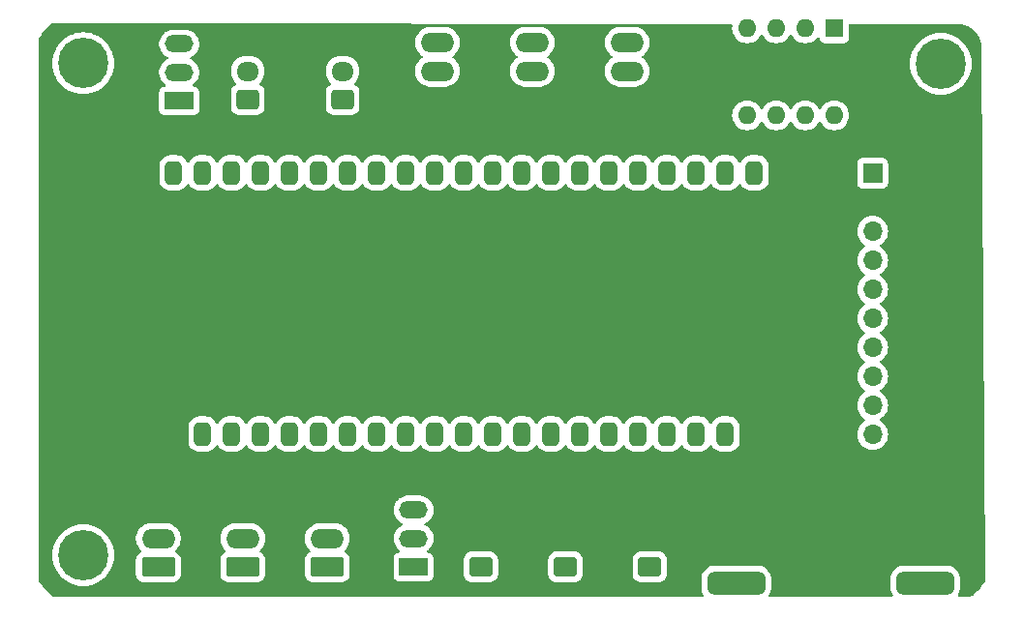
<source format=gbr>
%TF.GenerationSoftware,KiCad,Pcbnew,8.0.2*%
%TF.CreationDate,2024-06-06T18:17:56-04:00*%
%TF.ProjectId,MBARETECHmini,4d424152-4554-4454-9348-6d696e692e6b,rev?*%
%TF.SameCoordinates,Original*%
%TF.FileFunction,Copper,L1,Top*%
%TF.FilePolarity,Positive*%
%FSLAX46Y46*%
G04 Gerber Fmt 4.6, Leading zero omitted, Abs format (unit mm)*
G04 Created by KiCad (PCBNEW 8.0.2) date 2024-06-06 18:17:56*
%MOMM*%
%LPD*%
G01*
G04 APERTURE LIST*
G04 Aperture macros list*
%AMRoundRect*
0 Rectangle with rounded corners*
0 $1 Rounding radius*
0 $2 $3 $4 $5 $6 $7 $8 $9 X,Y pos of 4 corners*
0 Add a 4 corners polygon primitive as box body*
4,1,4,$2,$3,$4,$5,$6,$7,$8,$9,$2,$3,0*
0 Add four circle primitives for the rounded corners*
1,1,$1+$1,$2,$3*
1,1,$1+$1,$4,$5*
1,1,$1+$1,$6,$7*
1,1,$1+$1,$8,$9*
0 Add four rect primitives between the rounded corners*
20,1,$1+$1,$2,$3,$4,$5,0*
20,1,$1+$1,$4,$5,$6,$7,0*
20,1,$1+$1,$6,$7,$8,$9,0*
20,1,$1+$1,$8,$9,$2,$3,0*%
G04 Aperture macros list end*
%TA.AperFunction,ComponentPad*%
%ADD10RoundRect,0.500000X-0.265000X0.550000X-0.265000X-0.550000X0.265000X-0.550000X0.265000X0.550000X0*%
%TD*%
%TA.AperFunction,ComponentPad*%
%ADD11O,2.000000X1.700000*%
%TD*%
%TA.AperFunction,ComponentPad*%
%ADD12RoundRect,0.250000X0.750000X-0.600000X0.750000X0.600000X-0.750000X0.600000X-0.750000X-0.600000X0*%
%TD*%
%TA.AperFunction,ComponentPad*%
%ADD13O,1.950000X1.700000*%
%TD*%
%TA.AperFunction,ComponentPad*%
%ADD14RoundRect,0.250000X0.725000X-0.600000X0.725000X0.600000X-0.725000X0.600000X-0.725000X-0.600000X0*%
%TD*%
%TA.AperFunction,ComponentPad*%
%ADD15O,2.925000X1.700000*%
%TD*%
%TA.AperFunction,ComponentPad*%
%ADD16RoundRect,0.250000X1.212500X-0.600000X1.212500X0.600000X-1.212500X0.600000X-1.212500X-0.600000X0*%
%TD*%
%TA.AperFunction,ComponentPad*%
%ADD17R,1.600000X1.600000*%
%TD*%
%TA.AperFunction,ComponentPad*%
%ADD18O,1.600000X1.600000*%
%TD*%
%TA.AperFunction,ComponentPad*%
%ADD19C,4.400000*%
%TD*%
%TA.AperFunction,ComponentPad*%
%ADD20R,2.500000X1.500000*%
%TD*%
%TA.AperFunction,ComponentPad*%
%ADD21O,2.500000X1.500000*%
%TD*%
%TA.AperFunction,ComponentPad*%
%ADD22R,1.700000X1.700000*%
%TD*%
%TA.AperFunction,ComponentPad*%
%ADD23O,1.700000X1.700000*%
%TD*%
%TA.AperFunction,ComponentPad*%
%ADD24RoundRect,0.688976X-1.851024X-0.361024X1.851024X-0.361024X1.851024X0.361024X-1.851024X0.361024X0*%
%TD*%
G04 APERTURE END LIST*
D10*
%TO.P,U1,J1_1,3V3*%
%TO.N,+3V3*%
X205620000Y-77600000D03*
%TO.P,U1,J1_2,3V3*%
X203080000Y-77600000D03*
%TO.P,U1,J1_3,RST*%
%TO.N,unconnected-(U1-RST-PadJ1_3)*%
X200540000Y-77600000D03*
%TO.P,U1,J1_4,GPIO4*%
%TO.N,S1*%
X198000000Y-77600000D03*
%TO.P,U1,J1_5,GPIO5*%
%TO.N,S2*%
X195460000Y-77600000D03*
%TO.P,U1,J1_6,GPIO6*%
%TO.N,S3*%
X192920000Y-77600000D03*
%TO.P,U1,J1_7,GPIO7*%
%TO.N,S4*%
X190380000Y-77600000D03*
%TO.P,U1,J1_8,GPIO15*%
%TO.N,LS1_3V3*%
X187840000Y-77600000D03*
%TO.P,U1,J1_9,GPIO16*%
%TO.N,unconnected-(U1-GPIO16-PadJ1_9)*%
X185300000Y-77600000D03*
%TO.P,U1,J1_10,GPIO17*%
%TO.N,LS2_3V3*%
X182760000Y-77600000D03*
%TO.P,U1,J1_11,GPIO18*%
%TO.N,unconnected-(U1-GPIO18-PadJ1_11)*%
X180220000Y-77600000D03*
%TO.P,U1,J1_12,GPIO8*%
%TO.N,KILLSWITCH*%
X177680000Y-77600000D03*
%TO.P,U1,J1_13,GPIO3*%
%TO.N,unconnected-(U1-GPIO3-PadJ1_13)*%
X175140000Y-77600000D03*
%TO.P,U1,J1_14,GPIO46*%
%TO.N,unconnected-(U1-GPIO46-PadJ1_14)*%
X172600000Y-77600000D03*
%TO.P,U1,J1_15,GPIO9*%
%TO.N,SCL*%
X170060000Y-77600000D03*
%TO.P,U1,J1_16,GPIO10*%
%TO.N,SDA*%
X167520000Y-77600000D03*
%TO.P,U1,J1_17,GPIO11*%
%TO.N,INT*%
X164980000Y-77600000D03*
%TO.P,U1,J1_18,GPIO12*%
%TO.N,PWMB*%
X162440000Y-77600000D03*
%TO.P,U1,J1_19,GPIO13*%
%TO.N,PWMA*%
X159900000Y-77600000D03*
%TO.P,U1,J1_20,GPIO14*%
%TO.N,unconnected-(U1-GPIO14-PadJ1_20)*%
X157360000Y-77600000D03*
%TO.P,U1,J1_21,5V0*%
%TO.N,+5V*%
X154820000Y-77600000D03*
%TO.P,U1,J1_22,GND*%
%TO.N,GND*%
X152280000Y-77600000D03*
%TO.P,U1,J3_1,GND*%
X205620000Y-100460000D03*
%TO.P,U1,J3_2,U0TXD/GPIO43*%
%TO.N,unconnected-(U1-U0TXD{slash}GPIO43-PadJ3_2)*%
X203080000Y-100460000D03*
%TO.P,U1,J3_3,U0RXD/GPIO44*%
%TO.N,unconnected-(U1-U0RXD{slash}GPIO44-PadJ3_3)*%
X200540000Y-100460000D03*
%TO.P,U1,J3_4,GPIO1*%
%TO.N,unconnected-(U1-GPIO1-PadJ3_4)*%
X198000000Y-100460000D03*
%TO.P,U1,J3_5,GPIO2*%
%TO.N,unconnected-(U1-GPIO2-PadJ3_5)*%
X195460000Y-100460000D03*
%TO.P,U1,J3_6,MTMS/GPIO42*%
%TO.N,unconnected-(U1-MTMS{slash}GPIO42-PadJ3_6)*%
X192920000Y-100460000D03*
%TO.P,U1,J3_7,MTDI/GPIO41*%
%TO.N,unconnected-(U1-MTDI{slash}GPIO41-PadJ3_7)*%
X190380000Y-100460000D03*
%TO.P,U1,J3_8,MTDO/GPIO40*%
%TO.N,unconnected-(U1-MTDO{slash}GPIO40-PadJ3_8)*%
X187840000Y-100460000D03*
%TO.P,U1,J3_9,MTCK/GPIO39*%
%TO.N,unconnected-(U1-MTCK{slash}GPIO39-PadJ3_9)*%
X185300000Y-100460000D03*
%TO.P,U1,J3_10,GPIO38*%
%TO.N,unconnected-(U1-GPIO38-PadJ3_10)*%
X182760000Y-100460000D03*
%TO.P,U1,J3_11,GPIO37*%
%TO.N,unconnected-(U1-GPIO37-PadJ3_11)*%
X180220000Y-100460000D03*
%TO.P,U1,J3_12,GPIO36*%
%TO.N,unconnected-(U1-GPIO36-PadJ3_12)*%
X177680000Y-100460000D03*
%TO.P,U1,J3_13,GPIO35*%
%TO.N,unconnected-(U1-GPIO35-PadJ3_13)*%
X175140000Y-100460000D03*
%TO.P,U1,J3_14,GPIO0*%
%TO.N,unconnected-(U1-GPIO0-PadJ3_14)*%
X172600000Y-100460000D03*
%TO.P,U1,J3_15,GPIO45*%
%TO.N,IR3_3V3*%
X170060000Y-100460000D03*
%TO.P,U1,J3_16,GPIO48*%
%TO.N,unconnected-(U1-GPIO48-PadJ3_16)*%
X167520000Y-100460000D03*
%TO.P,U1,J3_17,GPIO47*%
%TO.N,unconnected-(U1-GPIO47-PadJ3_17)*%
X164980000Y-100460000D03*
%TO.P,U1,J3_18,GPIO21*%
%TO.N,IR2_3V3*%
X162440000Y-100460000D03*
%TO.P,U1,J3_19,USB_D+/GPIO20*%
%TO.N,unconnected-(U1-USB_D+{slash}GPIO20-PadJ3_19)*%
X159900000Y-100460000D03*
%TO.P,U1,J3_20,USB_D-/GPIO19*%
%TO.N,IR1_3V3*%
X157360000Y-100460000D03*
%TO.P,U1,J3_21,GND*%
%TO.N,GND*%
X154820000Y-100460000D03*
%TO.P,U1,J3_22,GND*%
X152280000Y-100460000D03*
%TD*%
D11*
%TO.P,Battery1,2,Pin_2*%
%TO.N,GND*%
X196475000Y-109600000D03*
D12*
%TO.P,Battery1,1,Pin_1*%
%TO.N,+BATT*%
X196475000Y-112100000D03*
%TD*%
D13*
%TO.P,MA1,3,Pin_3*%
%TO.N,GND*%
X161300000Y-66190000D03*
%TO.P,MA1,2,Pin_2*%
%TO.N,Net-(MA1-Pin_2)*%
X161300000Y-68690000D03*
D14*
%TO.P,MA1,1,Pin_1*%
%TO.N,PWMA*%
X161300000Y-71190000D03*
%TD*%
D15*
%TO.P,LS1,3,Pin_3*%
%TO.N,+3V3*%
X194485000Y-66190000D03*
%TO.P,LS1,2,Pin_2*%
%TO.N,LS1_3V3*%
X194485000Y-68690000D03*
D16*
%TO.P,LS1,1,Pin_1*%
%TO.N,GND*%
X194485000Y-71190000D03*
%TD*%
D17*
%TO.P,DIP1,1*%
%TO.N,+3V3*%
X212600000Y-64932500D03*
D18*
%TO.P,DIP1,2*%
X210060000Y-64932500D03*
%TO.P,DIP1,3*%
X207520000Y-64932500D03*
%TO.P,DIP1,4*%
X204980000Y-64932500D03*
%TO.P,DIP1,5*%
%TO.N,S4*%
X204980000Y-72552500D03*
%TO.P,DIP1,6*%
%TO.N,S3*%
X207520000Y-72552500D03*
%TO.P,DIP1,7*%
%TO.N,S2*%
X210060000Y-72552500D03*
%TO.P,DIP1,8*%
%TO.N,S1*%
X212600000Y-72552500D03*
%TD*%
D19*
%TO.P,,1*%
%TO.N,N/C*%
X221920000Y-68049999D03*
%TD*%
%TO.P,,1*%
%TO.N,N/C*%
X146919999Y-111049999D03*
%TD*%
D20*
%TO.P,SW1,1,A*%
%TO.N,Net-(MA1-Pin_2)*%
X155300000Y-71300000D03*
D21*
%TO.P,SW1,2,B*%
%TO.N,+5V*%
X155300000Y-68800000D03*
%TO.P,SW1,3,C*%
%TO.N,Net-(MB1-Pin_2)*%
X155300000Y-66300000D03*
%TD*%
D13*
%TO.P,MB1,3,Pin_3*%
%TO.N,GND*%
X169600000Y-66190000D03*
%TO.P,MB1,2,Pin_2*%
%TO.N,Net-(MB1-Pin_2)*%
X169600000Y-68690000D03*
D14*
%TO.P,MB1,1,Pin_1*%
%TO.N,PWMB*%
X169600000Y-71190000D03*
%TD*%
D11*
%TO.P,MotorA1,2,Pin_2*%
%TO.N,GND*%
X181690000Y-109600000D03*
D12*
%TO.P,MotorA1,1,Pin_1*%
%TO.N,+BATT*%
X181690000Y-112100000D03*
%TD*%
D16*
%TO.P,IR3,1,Pin_1*%
%TO.N,+12V*%
X168260000Y-112100000D03*
D15*
%TO.P,IR3,2,Pin_2*%
%TO.N,IR3_3V3*%
X168260000Y-109600000D03*
%TO.P,IR3,3,Pin_3*%
%TO.N,GND*%
X168260000Y-107100000D03*
%TD*%
D22*
%TO.P,IMU1,1,VCC*%
%TO.N,+3V3*%
X215960000Y-77630000D03*
D23*
%TO.P,IMU1,2,GND*%
%TO.N,GND*%
X215960000Y-80170000D03*
%TO.P,IMU1,3,SCL*%
%TO.N,SCL*%
X215960000Y-82710000D03*
%TO.P,IMU1,4,SDA*%
%TO.N,SDA*%
X215960000Y-85250000D03*
%TO.P,IMU1,5,EDA*%
%TO.N,unconnected-(IMU1-EDA-Pad5)*%
X215960000Y-87790000D03*
%TO.P,IMU1,6,ECL*%
%TO.N,unconnected-(IMU1-ECL-Pad6)*%
X215960000Y-90330000D03*
%TO.P,IMU1,7,ADO*%
%TO.N,unconnected-(IMU1-ADO-Pad7)*%
X215960000Y-92870000D03*
%TO.P,IMU1,8,INT*%
%TO.N,INT*%
X215960000Y-95410000D03*
%TO.P,IMU1,9,NCS*%
%TO.N,unconnected-(IMU1-NCS-Pad9)*%
X215960000Y-97950000D03*
%TO.P,IMU1,10,FSYNC*%
%TO.N,unconnected-(IMU1-FSYNC-Pad10)*%
X215960000Y-100490000D03*
%TD*%
D24*
%TO.P,BUCK1,1,VIN*%
%TO.N,+BATT*%
X204030000Y-113500000D03*
%TO.P,BUCK1,2,GND*%
%TO.N,GND*%
X204030000Y-104500000D03*
%TO.P,BUCK1,3,VOUT*%
%TO.N,+3V3S*%
X220570000Y-113500000D03*
%TO.P,BUCK1,4,GND*%
%TO.N,GND*%
X220570000Y-104500000D03*
%TD*%
D15*
%TO.P,LS2,3,Pin_3*%
%TO.N,+3V3*%
X186200000Y-66190000D03*
%TO.P,LS2,2,Pin_2*%
%TO.N,LS2_3V3*%
X186200000Y-68690000D03*
D16*
%TO.P,LS2,1,Pin_1*%
%TO.N,GND*%
X186200000Y-71190000D03*
%TD*%
D11*
%TO.P,MotorB1,2,Pin_2*%
%TO.N,GND*%
X189082500Y-109600000D03*
D12*
%TO.P,MotorB1,1,Pin_1*%
%TO.N,+BATT*%
X189082500Y-112100000D03*
%TD*%
D15*
%TO.P,IR1,3,Pin_3*%
%TO.N,GND*%
X153475000Y-107100000D03*
%TO.P,IR1,2,Pin_2*%
%TO.N,IR1_3V3*%
X153475000Y-109600000D03*
D16*
%TO.P,IR1,1,Pin_1*%
%TO.N,+12V*%
X153475000Y-112100000D03*
%TD*%
D15*
%TO.P,KS1,3,Pin_3*%
%TO.N,+3V3*%
X177900000Y-66190000D03*
%TO.P,KS1,2,Pin_2*%
%TO.N,KILLSWITCH*%
X177900000Y-68690000D03*
D16*
%TO.P,KS1,1,Pin_1*%
%TO.N,GND*%
X177900000Y-71190000D03*
%TD*%
%TO.P,IR2,1,Pin_1*%
%TO.N,+12V*%
X160867500Y-112100000D03*
D15*
%TO.P,IR2,2,Pin_2*%
%TO.N,IR2_3V3*%
X160867500Y-109600000D03*
%TO.P,IR2,3,Pin_3*%
%TO.N,GND*%
X160867500Y-107100000D03*
%TD*%
D19*
%TO.P,,1*%
%TO.N,N/C*%
X146920000Y-68000000D03*
%TD*%
D20*
%TO.P,SW2,1,A*%
%TO.N,+BATT*%
X175797500Y-112100000D03*
D21*
%TO.P,SW2,2,B*%
%TO.N,+12V*%
X175797500Y-109600000D03*
%TO.P,SW2,3,C*%
%TO.N,unconnected-(SW2-C-Pad3)*%
X175797500Y-107100000D03*
%TD*%
%TA.AperFunction,Conductor*%
%TO.N,GND*%
G36*
X148091740Y-64495076D02*
G01*
X203574004Y-64552386D01*
X203641021Y-64572140D01*
X203686722Y-64624991D01*
X203696594Y-64694160D01*
X203695296Y-64700472D01*
X203695306Y-64700474D01*
X203694364Y-64705813D01*
X203674532Y-64932498D01*
X203674532Y-64932501D01*
X203694364Y-65159186D01*
X203694366Y-65159197D01*
X203753258Y-65378988D01*
X203753261Y-65378997D01*
X203849431Y-65585232D01*
X203849432Y-65585234D01*
X203979954Y-65771641D01*
X204140858Y-65932545D01*
X204140861Y-65932547D01*
X204327266Y-66063068D01*
X204533504Y-66159239D01*
X204753308Y-66218135D01*
X204915230Y-66232301D01*
X204979998Y-66237968D01*
X204980000Y-66237968D01*
X204980002Y-66237968D01*
X205036807Y-66232998D01*
X205206692Y-66218135D01*
X205426496Y-66159239D01*
X205632734Y-66063068D01*
X205819139Y-65932547D01*
X205980047Y-65771639D01*
X206110568Y-65585234D01*
X206137618Y-65527224D01*
X206183790Y-65474785D01*
X206250983Y-65455633D01*
X206317865Y-65475848D01*
X206362382Y-65527225D01*
X206389429Y-65585228D01*
X206389432Y-65585234D01*
X206519954Y-65771641D01*
X206680858Y-65932545D01*
X206680861Y-65932547D01*
X206867266Y-66063068D01*
X207073504Y-66159239D01*
X207293308Y-66218135D01*
X207455230Y-66232301D01*
X207519998Y-66237968D01*
X207520000Y-66237968D01*
X207520002Y-66237968D01*
X207576807Y-66232998D01*
X207746692Y-66218135D01*
X207966496Y-66159239D01*
X208172734Y-66063068D01*
X208359139Y-65932547D01*
X208520047Y-65771639D01*
X208650568Y-65585234D01*
X208677618Y-65527224D01*
X208723790Y-65474785D01*
X208790983Y-65455633D01*
X208857865Y-65475848D01*
X208902382Y-65527225D01*
X208929429Y-65585228D01*
X208929432Y-65585234D01*
X209059954Y-65771641D01*
X209220858Y-65932545D01*
X209220861Y-65932547D01*
X209407266Y-66063068D01*
X209613504Y-66159239D01*
X209833308Y-66218135D01*
X209995230Y-66232301D01*
X210059998Y-66237968D01*
X210060000Y-66237968D01*
X210060002Y-66237968D01*
X210116807Y-66232998D01*
X210286692Y-66218135D01*
X210506496Y-66159239D01*
X210712734Y-66063068D01*
X210899139Y-65932547D01*
X211060047Y-65771639D01*
X211077272Y-65747039D01*
X211131848Y-65703413D01*
X211201346Y-65696218D01*
X211263701Y-65727739D01*
X211299116Y-65787968D01*
X211302138Y-65804906D01*
X211305908Y-65839983D01*
X211356202Y-65974828D01*
X211356206Y-65974835D01*
X211442452Y-66090044D01*
X211442455Y-66090047D01*
X211557664Y-66176293D01*
X211557671Y-66176297D01*
X211692517Y-66226591D01*
X211692516Y-66226591D01*
X211699444Y-66227335D01*
X211752127Y-66233000D01*
X213447872Y-66232999D01*
X213507483Y-66226591D01*
X213642331Y-66176296D01*
X213757546Y-66090046D01*
X213843796Y-65974831D01*
X213894091Y-65839983D01*
X213900500Y-65780373D01*
X213900499Y-64687179D01*
X213920184Y-64620142D01*
X213972987Y-64574387D01*
X214024623Y-64563181D01*
X223467108Y-64572935D01*
X223475892Y-64573256D01*
X223672634Y-64587457D01*
X223745792Y-64592738D01*
X223763210Y-64595247D01*
X224023325Y-64651799D01*
X224040200Y-64656745D01*
X224289700Y-64749554D01*
X224305701Y-64756836D01*
X224472154Y-64847371D01*
X224539549Y-64884028D01*
X224554372Y-64893512D01*
X224767848Y-65052517D01*
X224781179Y-65064003D01*
X224970000Y-65251627D01*
X224981572Y-65264886D01*
X225141935Y-65477356D01*
X225151512Y-65492118D01*
X225280179Y-65725139D01*
X225287568Y-65741103D01*
X225381958Y-65990004D01*
X225387014Y-66006859D01*
X225445216Y-66266597D01*
X225447836Y-66283999D01*
X225469030Y-66553769D01*
X225469408Y-66562565D01*
X225814373Y-113266307D01*
X225795184Y-113333490D01*
X225794957Y-113333848D01*
X225608685Y-113626238D01*
X225602480Y-113635100D01*
X225370111Y-113937928D01*
X225363158Y-113946214D01*
X225105279Y-114227641D01*
X225097629Y-114235290D01*
X224816217Y-114493156D01*
X224807930Y-114500110D01*
X224674751Y-114602301D01*
X224626570Y-114624881D01*
X224443947Y-114666107D01*
X224425810Y-114668812D01*
X224144604Y-114689661D01*
X224135436Y-114690000D01*
X223530202Y-114690000D01*
X223463163Y-114670315D01*
X223417408Y-114617511D01*
X223407464Y-114548353D01*
X223427902Y-114495923D01*
X223429798Y-114493155D01*
X223464629Y-114442308D01*
X223553670Y-114240649D01*
X223604141Y-114026062D01*
X223610500Y-113934445D01*
X223610499Y-113065556D01*
X223607291Y-113019336D01*
X223604141Y-112973940D01*
X223604140Y-112973931D01*
X223553672Y-112759359D01*
X223553671Y-112759357D01*
X223553670Y-112759351D01*
X223549542Y-112750001D01*
X223464630Y-112557694D01*
X223464629Y-112557692D01*
X223340049Y-112375827D01*
X223184173Y-112219951D01*
X223002308Y-112095371D01*
X223002307Y-112095370D01*
X223002305Y-112095369D01*
X222800655Y-112006332D01*
X222800640Y-112006327D01*
X222586072Y-111955860D01*
X222586056Y-111955858D01*
X222494448Y-111949500D01*
X218645551Y-111949500D01*
X218553940Y-111955858D01*
X218553931Y-111955859D01*
X218339359Y-112006327D01*
X218339344Y-112006332D01*
X218137694Y-112095369D01*
X217955828Y-112219950D01*
X217955822Y-112219955D01*
X217799955Y-112375822D01*
X217799950Y-112375828D01*
X217675369Y-112557694D01*
X217586332Y-112759344D01*
X217586327Y-112759359D01*
X217535860Y-112973927D01*
X217535858Y-112973943D01*
X217529500Y-113065551D01*
X217529500Y-113934448D01*
X217535858Y-114026059D01*
X217535859Y-114026068D01*
X217586327Y-114240640D01*
X217586332Y-114240655D01*
X217675369Y-114442305D01*
X217712098Y-114495923D01*
X217733744Y-114562355D01*
X217716039Y-114629944D01*
X217664603Y-114677232D01*
X217609798Y-114690000D01*
X206990202Y-114690000D01*
X206923163Y-114670315D01*
X206877408Y-114617511D01*
X206867464Y-114548353D01*
X206887902Y-114495923D01*
X206889798Y-114493155D01*
X206924629Y-114442308D01*
X207013670Y-114240649D01*
X207064141Y-114026062D01*
X207070500Y-113934445D01*
X207070499Y-113065556D01*
X207067291Y-113019336D01*
X207064141Y-112973940D01*
X207064140Y-112973931D01*
X207013672Y-112759359D01*
X207013671Y-112759357D01*
X207013670Y-112759351D01*
X207009542Y-112750001D01*
X206924630Y-112557694D01*
X206924629Y-112557692D01*
X206800049Y-112375827D01*
X206644173Y-112219951D01*
X206462308Y-112095371D01*
X206462307Y-112095370D01*
X206462305Y-112095369D01*
X206260655Y-112006332D01*
X206260640Y-112006327D01*
X206046072Y-111955860D01*
X206046056Y-111955858D01*
X205954448Y-111949500D01*
X202105551Y-111949500D01*
X202013940Y-111955858D01*
X202013931Y-111955859D01*
X201799359Y-112006327D01*
X201799344Y-112006332D01*
X201597694Y-112095369D01*
X201415828Y-112219950D01*
X201415822Y-112219955D01*
X201259955Y-112375822D01*
X201259950Y-112375828D01*
X201135369Y-112557694D01*
X201046332Y-112759344D01*
X201046327Y-112759359D01*
X200995860Y-112973927D01*
X200995858Y-112973943D01*
X200989500Y-113065551D01*
X200989500Y-113934448D01*
X200995858Y-114026059D01*
X200995859Y-114026068D01*
X201046327Y-114240640D01*
X201046332Y-114240655D01*
X201135369Y-114442305D01*
X201172098Y-114495923D01*
X201193744Y-114562355D01*
X201176039Y-114629944D01*
X201124603Y-114677232D01*
X201069798Y-114690000D01*
X144321631Y-114690000D01*
X144254592Y-114670315D01*
X144246160Y-114664387D01*
X144032062Y-114500104D01*
X144023782Y-114493155D01*
X143742364Y-114235283D01*
X143734715Y-114227634D01*
X143476843Y-113946216D01*
X143469889Y-113937929D01*
X143237518Y-113635096D01*
X143231323Y-113626249D01*
X143029418Y-113309323D01*
X143010000Y-113242700D01*
X143010000Y-111049999D01*
X144214563Y-111049999D01*
X144234288Y-111376098D01*
X144293177Y-111697451D01*
X144390365Y-112009341D01*
X144390369Y-112009353D01*
X144390372Y-112009360D01*
X144524454Y-112307278D01*
X144675835Y-112557692D01*
X144693472Y-112586867D01*
X144894953Y-112844038D01*
X145125959Y-113075044D01*
X145383130Y-113276525D01*
X145383133Y-113276527D01*
X145383136Y-113276529D01*
X145662720Y-113445544D01*
X145960638Y-113579626D01*
X145960651Y-113579630D01*
X145960656Y-113579632D01*
X146124881Y-113630806D01*
X146272546Y-113676820D01*
X146593895Y-113735709D01*
X146919999Y-113755435D01*
X147246103Y-113735709D01*
X147567452Y-113676820D01*
X147879360Y-113579626D01*
X148177278Y-113445544D01*
X148456862Y-113276529D01*
X148714035Y-113075047D01*
X148945047Y-112844035D01*
X149146529Y-112586862D01*
X149315544Y-112307278D01*
X149449626Y-112009360D01*
X149546820Y-111697452D01*
X149605709Y-111376103D01*
X149625435Y-111049999D01*
X149605709Y-110723895D01*
X149546820Y-110402546D01*
X149500969Y-110255405D01*
X149449632Y-110090656D01*
X149449630Y-110090651D01*
X149449626Y-110090638D01*
X149315544Y-109792720D01*
X149146529Y-109513136D01*
X149146527Y-109513133D01*
X149146525Y-109513130D01*
X149131313Y-109493713D01*
X151512000Y-109493713D01*
X151512000Y-109706287D01*
X151545254Y-109916243D01*
X151601924Y-110090656D01*
X151610944Y-110118414D01*
X151707451Y-110307820D01*
X151832390Y-110479786D01*
X151971205Y-110618601D01*
X152004690Y-110679924D01*
X151999706Y-110749616D01*
X151957834Y-110805549D01*
X151948621Y-110811821D01*
X151793842Y-110907289D01*
X151669789Y-111031342D01*
X151577687Y-111180663D01*
X151577685Y-111180668D01*
X151549849Y-111264670D01*
X151522501Y-111347203D01*
X151522501Y-111347204D01*
X151522500Y-111347204D01*
X151512000Y-111449983D01*
X151512000Y-112750001D01*
X151512001Y-112750018D01*
X151522500Y-112852796D01*
X151522501Y-112852799D01*
X151562641Y-112973931D01*
X151577686Y-113019334D01*
X151669788Y-113168656D01*
X151793844Y-113292712D01*
X151943166Y-113384814D01*
X152109703Y-113439999D01*
X152212491Y-113450500D01*
X154737508Y-113450499D01*
X154840297Y-113439999D01*
X155006834Y-113384814D01*
X155156156Y-113292712D01*
X155280212Y-113168656D01*
X155372314Y-113019334D01*
X155427499Y-112852797D01*
X155438000Y-112750009D01*
X155437999Y-111449992D01*
X155427499Y-111347203D01*
X155372314Y-111180666D01*
X155280212Y-111031344D01*
X155156156Y-110907288D01*
X155006834Y-110815186D01*
X155006833Y-110815185D01*
X155001378Y-110811821D01*
X154954654Y-110759873D01*
X154943431Y-110690910D01*
X154971275Y-110626828D01*
X154978772Y-110618623D01*
X155117604Y-110479792D01*
X155242551Y-110307816D01*
X155339057Y-110118412D01*
X155404746Y-109916243D01*
X155438000Y-109706287D01*
X155438000Y-109493713D01*
X158904500Y-109493713D01*
X158904500Y-109706287D01*
X158937754Y-109916243D01*
X158994424Y-110090656D01*
X159003444Y-110118414D01*
X159099951Y-110307820D01*
X159224890Y-110479786D01*
X159363705Y-110618601D01*
X159397190Y-110679924D01*
X159392206Y-110749616D01*
X159350334Y-110805549D01*
X159341121Y-110811821D01*
X159186342Y-110907289D01*
X159062289Y-111031342D01*
X158970187Y-111180663D01*
X158970185Y-111180668D01*
X158942349Y-111264670D01*
X158915001Y-111347203D01*
X158915001Y-111347204D01*
X158915000Y-111347204D01*
X158904500Y-111449983D01*
X158904500Y-112750001D01*
X158904501Y-112750018D01*
X158915000Y-112852796D01*
X158915001Y-112852799D01*
X158955141Y-112973931D01*
X158970186Y-113019334D01*
X159062288Y-113168656D01*
X159186344Y-113292712D01*
X159335666Y-113384814D01*
X159502203Y-113439999D01*
X159604991Y-113450500D01*
X162130008Y-113450499D01*
X162232797Y-113439999D01*
X162399334Y-113384814D01*
X162548656Y-113292712D01*
X162672712Y-113168656D01*
X162764814Y-113019334D01*
X162819999Y-112852797D01*
X162830500Y-112750009D01*
X162830499Y-111449992D01*
X162819999Y-111347203D01*
X162764814Y-111180666D01*
X162672712Y-111031344D01*
X162548656Y-110907288D01*
X162399334Y-110815186D01*
X162399333Y-110815185D01*
X162393878Y-110811821D01*
X162347154Y-110759873D01*
X162335931Y-110690910D01*
X162363775Y-110626828D01*
X162371272Y-110618623D01*
X162510104Y-110479792D01*
X162635051Y-110307816D01*
X162731557Y-110118412D01*
X162797246Y-109916243D01*
X162830500Y-109706287D01*
X162830500Y-109493713D01*
X166297000Y-109493713D01*
X166297000Y-109706287D01*
X166330254Y-109916243D01*
X166386924Y-110090656D01*
X166395944Y-110118414D01*
X166492451Y-110307820D01*
X166617390Y-110479786D01*
X166756205Y-110618601D01*
X166789690Y-110679924D01*
X166784706Y-110749616D01*
X166742834Y-110805549D01*
X166733621Y-110811821D01*
X166578842Y-110907289D01*
X166454789Y-111031342D01*
X166362687Y-111180663D01*
X166362685Y-111180668D01*
X166334849Y-111264670D01*
X166307501Y-111347203D01*
X166307501Y-111347204D01*
X166307500Y-111347204D01*
X166297000Y-111449983D01*
X166297000Y-112750001D01*
X166297001Y-112750018D01*
X166307500Y-112852796D01*
X166307501Y-112852799D01*
X166347641Y-112973931D01*
X166362686Y-113019334D01*
X166454788Y-113168656D01*
X166578844Y-113292712D01*
X166728166Y-113384814D01*
X166894703Y-113439999D01*
X166997491Y-113450500D01*
X169522508Y-113450499D01*
X169625297Y-113439999D01*
X169791834Y-113384814D01*
X169941156Y-113292712D01*
X170065212Y-113168656D01*
X170157314Y-113019334D01*
X170212499Y-112852797D01*
X170223000Y-112750009D01*
X170222999Y-111449992D01*
X170212499Y-111347203D01*
X170157314Y-111180666D01*
X170065212Y-111031344D01*
X169941156Y-110907288D01*
X169791834Y-110815186D01*
X169791833Y-110815185D01*
X169786378Y-110811821D01*
X169739654Y-110759873D01*
X169728431Y-110690910D01*
X169756275Y-110626828D01*
X169763772Y-110618623D01*
X169902604Y-110479792D01*
X170027551Y-110307816D01*
X170124057Y-110118412D01*
X170189746Y-109916243D01*
X170223000Y-109706287D01*
X170223000Y-109493713D01*
X170189746Y-109283757D01*
X170124057Y-109081588D01*
X170027551Y-108892184D01*
X170027549Y-108892181D01*
X170027548Y-108892179D01*
X169902609Y-108720213D01*
X169752286Y-108569890D01*
X169580320Y-108444951D01*
X169390914Y-108348444D01*
X169390913Y-108348443D01*
X169390912Y-108348443D01*
X169188743Y-108282754D01*
X169188741Y-108282753D01*
X169188740Y-108282753D01*
X169027457Y-108257208D01*
X168978787Y-108249500D01*
X167541213Y-108249500D01*
X167492542Y-108257208D01*
X167331260Y-108282753D01*
X167331257Y-108282754D01*
X167140639Y-108344690D01*
X167129085Y-108348444D01*
X166939679Y-108444951D01*
X166767713Y-108569890D01*
X166617390Y-108720213D01*
X166492451Y-108892179D01*
X166395944Y-109081585D01*
X166330253Y-109283760D01*
X166326545Y-109307173D01*
X166297000Y-109493713D01*
X162830500Y-109493713D01*
X162797246Y-109283757D01*
X162731557Y-109081588D01*
X162635051Y-108892184D01*
X162635049Y-108892181D01*
X162635048Y-108892179D01*
X162510109Y-108720213D01*
X162359786Y-108569890D01*
X162187820Y-108444951D01*
X161998414Y-108348444D01*
X161998413Y-108348443D01*
X161998412Y-108348443D01*
X161796243Y-108282754D01*
X161796241Y-108282753D01*
X161796240Y-108282753D01*
X161634957Y-108257208D01*
X161586287Y-108249500D01*
X160148713Y-108249500D01*
X160100042Y-108257208D01*
X159938760Y-108282753D01*
X159938757Y-108282754D01*
X159748139Y-108344690D01*
X159736585Y-108348444D01*
X159547179Y-108444951D01*
X159375213Y-108569890D01*
X159224890Y-108720213D01*
X159099951Y-108892179D01*
X159003444Y-109081585D01*
X158937753Y-109283760D01*
X158934045Y-109307173D01*
X158904500Y-109493713D01*
X155438000Y-109493713D01*
X155404746Y-109283757D01*
X155339057Y-109081588D01*
X155242551Y-108892184D01*
X155242549Y-108892181D01*
X155242548Y-108892179D01*
X155117609Y-108720213D01*
X154967286Y-108569890D01*
X154795320Y-108444951D01*
X154605914Y-108348444D01*
X154605913Y-108348443D01*
X154605912Y-108348443D01*
X154403743Y-108282754D01*
X154403741Y-108282753D01*
X154403740Y-108282753D01*
X154242457Y-108257208D01*
X154193787Y-108249500D01*
X152756213Y-108249500D01*
X152707542Y-108257208D01*
X152546260Y-108282753D01*
X152546257Y-108282754D01*
X152355639Y-108344690D01*
X152344085Y-108348444D01*
X152154679Y-108444951D01*
X151982713Y-108569890D01*
X151832390Y-108720213D01*
X151707451Y-108892179D01*
X151610944Y-109081585D01*
X151545253Y-109283760D01*
X151541545Y-109307173D01*
X151512000Y-109493713D01*
X149131313Y-109493713D01*
X148945044Y-109255959D01*
X148714038Y-109024953D01*
X148456867Y-108823472D01*
X148393807Y-108785351D01*
X148177278Y-108654454D01*
X147879360Y-108520372D01*
X147879353Y-108520369D01*
X147879341Y-108520365D01*
X147567451Y-108423177D01*
X147246098Y-108364288D01*
X146919999Y-108344563D01*
X146593899Y-108364288D01*
X146272546Y-108423177D01*
X145960656Y-108520365D01*
X145960640Y-108520371D01*
X145960638Y-108520372D01*
X145770932Y-108605751D01*
X145662724Y-108654452D01*
X145662722Y-108654453D01*
X145383130Y-108823472D01*
X145125959Y-109024953D01*
X144894953Y-109255959D01*
X144693472Y-109513130D01*
X144524453Y-109792722D01*
X144524452Y-109792724D01*
X144390371Y-110090641D01*
X144390365Y-110090656D01*
X144293177Y-110402546D01*
X144234288Y-110723899D01*
X144214563Y-111049999D01*
X143010000Y-111049999D01*
X143010000Y-107001577D01*
X174047000Y-107001577D01*
X174047000Y-107198422D01*
X174077790Y-107392826D01*
X174138617Y-107580029D01*
X174227976Y-107755405D01*
X174343672Y-107914646D01*
X174482854Y-108053828D01*
X174642095Y-108169524D01*
X174711113Y-108204690D01*
X174779460Y-108239515D01*
X174830256Y-108287490D01*
X174847051Y-108355311D01*
X174824514Y-108421446D01*
X174779460Y-108460485D01*
X174642094Y-108530476D01*
X174587838Y-108569896D01*
X174482854Y-108646172D01*
X174482852Y-108646174D01*
X174482851Y-108646174D01*
X174343674Y-108785351D01*
X174343674Y-108785352D01*
X174343672Y-108785354D01*
X174293985Y-108853741D01*
X174227976Y-108944594D01*
X174138617Y-109119970D01*
X174077790Y-109307173D01*
X174047000Y-109501577D01*
X174047000Y-109698422D01*
X174077790Y-109892826D01*
X174138617Y-110080029D01*
X174227976Y-110255405D01*
X174343672Y-110414646D01*
X174482854Y-110553828D01*
X174581066Y-110625183D01*
X174623730Y-110680512D01*
X174629709Y-110750125D01*
X174597103Y-110811920D01*
X174536264Y-110846278D01*
X174508189Y-110849500D01*
X174499635Y-110849500D01*
X174499623Y-110849501D01*
X174440016Y-110855908D01*
X174305171Y-110906202D01*
X174305164Y-110906206D01*
X174189955Y-110992452D01*
X174189952Y-110992455D01*
X174103706Y-111107664D01*
X174103702Y-111107671D01*
X174053408Y-111242517D01*
X174047001Y-111302116D01*
X174047001Y-111302123D01*
X174047000Y-111302135D01*
X174047000Y-112897870D01*
X174047001Y-112897876D01*
X174053408Y-112957483D01*
X174103702Y-113092328D01*
X174103706Y-113092335D01*
X174189952Y-113207544D01*
X174189955Y-113207547D01*
X174305164Y-113293793D01*
X174305171Y-113293797D01*
X174440017Y-113344091D01*
X174440016Y-113344091D01*
X174446944Y-113344835D01*
X174499627Y-113350500D01*
X177095372Y-113350499D01*
X177154983Y-113344091D01*
X177289831Y-113293796D01*
X177405046Y-113207546D01*
X177491296Y-113092331D01*
X177541591Y-112957483D01*
X177548000Y-112897873D01*
X177547999Y-111449983D01*
X180189500Y-111449983D01*
X180189500Y-112750001D01*
X180189501Y-112750018D01*
X180200000Y-112852796D01*
X180200001Y-112852799D01*
X180240141Y-112973931D01*
X180255186Y-113019334D01*
X180347288Y-113168656D01*
X180471344Y-113292712D01*
X180620666Y-113384814D01*
X180787203Y-113439999D01*
X180889991Y-113450500D01*
X182490008Y-113450499D01*
X182592797Y-113439999D01*
X182759334Y-113384814D01*
X182908656Y-113292712D01*
X183032712Y-113168656D01*
X183124814Y-113019334D01*
X183179999Y-112852797D01*
X183190500Y-112750009D01*
X183190499Y-111449992D01*
X183190498Y-111449983D01*
X187582000Y-111449983D01*
X187582000Y-112750001D01*
X187582001Y-112750018D01*
X187592500Y-112852796D01*
X187592501Y-112852799D01*
X187632641Y-112973931D01*
X187647686Y-113019334D01*
X187739788Y-113168656D01*
X187863844Y-113292712D01*
X188013166Y-113384814D01*
X188179703Y-113439999D01*
X188282491Y-113450500D01*
X189882508Y-113450499D01*
X189985297Y-113439999D01*
X190151834Y-113384814D01*
X190301156Y-113292712D01*
X190425212Y-113168656D01*
X190517314Y-113019334D01*
X190572499Y-112852797D01*
X190583000Y-112750009D01*
X190582999Y-111449992D01*
X190582998Y-111449983D01*
X194974500Y-111449983D01*
X194974500Y-112750001D01*
X194974501Y-112750018D01*
X194985000Y-112852796D01*
X194985001Y-112852799D01*
X195025141Y-112973931D01*
X195040186Y-113019334D01*
X195132288Y-113168656D01*
X195256344Y-113292712D01*
X195405666Y-113384814D01*
X195572203Y-113439999D01*
X195674991Y-113450500D01*
X197275008Y-113450499D01*
X197377797Y-113439999D01*
X197544334Y-113384814D01*
X197693656Y-113292712D01*
X197817712Y-113168656D01*
X197909814Y-113019334D01*
X197964999Y-112852797D01*
X197975500Y-112750009D01*
X197975499Y-111449992D01*
X197964999Y-111347203D01*
X197909814Y-111180666D01*
X197817712Y-111031344D01*
X197693656Y-110907288D01*
X197544334Y-110815186D01*
X197377797Y-110760001D01*
X197377795Y-110760000D01*
X197275010Y-110749500D01*
X195674998Y-110749500D01*
X195674981Y-110749501D01*
X195572203Y-110760000D01*
X195572200Y-110760001D01*
X195405668Y-110815185D01*
X195405663Y-110815187D01*
X195256342Y-110907289D01*
X195132289Y-111031342D01*
X195040187Y-111180663D01*
X195040185Y-111180668D01*
X195012349Y-111264670D01*
X194985001Y-111347203D01*
X194985001Y-111347204D01*
X194985000Y-111347204D01*
X194974500Y-111449983D01*
X190582998Y-111449983D01*
X190572499Y-111347203D01*
X190517314Y-111180666D01*
X190425212Y-111031344D01*
X190301156Y-110907288D01*
X190151834Y-110815186D01*
X189985297Y-110760001D01*
X189985295Y-110760000D01*
X189882510Y-110749500D01*
X188282498Y-110749500D01*
X188282481Y-110749501D01*
X188179703Y-110760000D01*
X188179700Y-110760001D01*
X188013168Y-110815185D01*
X188013163Y-110815187D01*
X187863842Y-110907289D01*
X187739789Y-111031342D01*
X187647687Y-111180663D01*
X187647685Y-111180668D01*
X187619849Y-111264670D01*
X187592501Y-111347203D01*
X187592501Y-111347204D01*
X187592500Y-111347204D01*
X187582000Y-111449983D01*
X183190498Y-111449983D01*
X183179999Y-111347203D01*
X183124814Y-111180666D01*
X183032712Y-111031344D01*
X182908656Y-110907288D01*
X182759334Y-110815186D01*
X182592797Y-110760001D01*
X182592795Y-110760000D01*
X182490010Y-110749500D01*
X180889998Y-110749500D01*
X180889981Y-110749501D01*
X180787203Y-110760000D01*
X180787200Y-110760001D01*
X180620668Y-110815185D01*
X180620663Y-110815187D01*
X180471342Y-110907289D01*
X180347289Y-111031342D01*
X180255187Y-111180663D01*
X180255185Y-111180668D01*
X180227349Y-111264670D01*
X180200001Y-111347203D01*
X180200001Y-111347204D01*
X180200000Y-111347204D01*
X180189500Y-111449983D01*
X177547999Y-111449983D01*
X177547999Y-111302128D01*
X177541591Y-111242517D01*
X177491296Y-111107669D01*
X177491295Y-111107668D01*
X177491293Y-111107664D01*
X177405047Y-110992455D01*
X177405044Y-110992452D01*
X177289835Y-110906206D01*
X177289828Y-110906202D01*
X177154982Y-110855908D01*
X177154983Y-110855908D01*
X177095383Y-110849501D01*
X177095381Y-110849500D01*
X177095373Y-110849500D01*
X177095365Y-110849500D01*
X177086822Y-110849500D01*
X177019783Y-110829815D01*
X176974028Y-110777011D01*
X176964084Y-110707853D01*
X176993109Y-110644297D01*
X177013936Y-110625182D01*
X177022995Y-110618600D01*
X177112146Y-110553828D01*
X177251328Y-110414646D01*
X177367024Y-110255405D01*
X177456384Y-110080025D01*
X177517209Y-109892826D01*
X177548000Y-109698422D01*
X177548000Y-109501577D01*
X177517209Y-109307173D01*
X177456382Y-109119970D01*
X177367023Y-108944594D01*
X177251328Y-108785354D01*
X177112146Y-108646172D01*
X176952905Y-108530476D01*
X176815538Y-108460484D01*
X176764743Y-108412511D01*
X176747948Y-108344690D01*
X176770485Y-108278555D01*
X176815539Y-108239515D01*
X176952905Y-108169524D01*
X177112146Y-108053828D01*
X177251328Y-107914646D01*
X177367024Y-107755405D01*
X177456384Y-107580025D01*
X177517209Y-107392826D01*
X177548000Y-107198422D01*
X177548000Y-107001577D01*
X177517209Y-106807173D01*
X177456382Y-106619970D01*
X177367023Y-106444594D01*
X177251328Y-106285354D01*
X177112146Y-106146172D01*
X176952905Y-106030476D01*
X176777529Y-105941117D01*
X176590326Y-105880290D01*
X176395922Y-105849500D01*
X176395917Y-105849500D01*
X175199083Y-105849500D01*
X175199078Y-105849500D01*
X175004673Y-105880290D01*
X174817470Y-105941117D01*
X174642094Y-106030476D01*
X174551241Y-106096485D01*
X174482854Y-106146172D01*
X174482852Y-106146174D01*
X174482851Y-106146174D01*
X174343674Y-106285351D01*
X174343674Y-106285352D01*
X174343672Y-106285354D01*
X174293985Y-106353741D01*
X174227976Y-106444594D01*
X174138617Y-106619970D01*
X174077790Y-106807173D01*
X174047000Y-107001577D01*
X143010000Y-107001577D01*
X143010000Y-99851966D01*
X156094500Y-99851966D01*
X156094500Y-101068028D01*
X156094501Y-101068034D01*
X156105113Y-101187415D01*
X156161089Y-101383045D01*
X156161090Y-101383048D01*
X156161091Y-101383049D01*
X156255302Y-101563407D01*
X156255304Y-101563409D01*
X156383890Y-101721109D01*
X156436376Y-101763905D01*
X156541593Y-101849698D01*
X156721951Y-101943909D01*
X156917582Y-101999886D01*
X157036963Y-102010500D01*
X157683036Y-102010499D01*
X157802418Y-101999886D01*
X157998049Y-101943909D01*
X158178407Y-101849698D01*
X158336109Y-101721109D01*
X158464698Y-101563407D01*
X158520092Y-101457359D01*
X158568578Y-101407053D01*
X158636565Y-101390946D01*
X158702468Y-101414152D01*
X158739907Y-101457358D01*
X158777066Y-101528495D01*
X158795302Y-101563407D01*
X158923890Y-101721109D01*
X158976376Y-101763905D01*
X159081593Y-101849698D01*
X159261951Y-101943909D01*
X159457582Y-101999886D01*
X159576963Y-102010500D01*
X160223036Y-102010499D01*
X160342418Y-101999886D01*
X160538049Y-101943909D01*
X160718407Y-101849698D01*
X160876109Y-101721109D01*
X161004698Y-101563407D01*
X161060092Y-101457359D01*
X161108578Y-101407053D01*
X161176565Y-101390946D01*
X161242468Y-101414152D01*
X161279907Y-101457358D01*
X161317066Y-101528495D01*
X161335302Y-101563407D01*
X161463890Y-101721109D01*
X161516376Y-101763905D01*
X161621593Y-101849698D01*
X161801951Y-101943909D01*
X161997582Y-101999886D01*
X162116963Y-102010500D01*
X162763036Y-102010499D01*
X162882418Y-101999886D01*
X163078049Y-101943909D01*
X163258407Y-101849698D01*
X163416109Y-101721109D01*
X163544698Y-101563407D01*
X163600092Y-101457359D01*
X163648578Y-101407053D01*
X163716565Y-101390946D01*
X163782468Y-101414152D01*
X163819907Y-101457358D01*
X163857066Y-101528495D01*
X163875302Y-101563407D01*
X164003890Y-101721109D01*
X164056376Y-101763905D01*
X164161593Y-101849698D01*
X164341951Y-101943909D01*
X164537582Y-101999886D01*
X164656963Y-102010500D01*
X165303036Y-102010499D01*
X165422418Y-101999886D01*
X165618049Y-101943909D01*
X165798407Y-101849698D01*
X165956109Y-101721109D01*
X166084698Y-101563407D01*
X166140092Y-101457359D01*
X166188578Y-101407053D01*
X166256565Y-101390946D01*
X166322468Y-101414152D01*
X166359907Y-101457358D01*
X166397066Y-101528495D01*
X166415302Y-101563407D01*
X166543890Y-101721109D01*
X166596376Y-101763905D01*
X166701593Y-101849698D01*
X166881951Y-101943909D01*
X167077582Y-101999886D01*
X167196963Y-102010500D01*
X167843036Y-102010499D01*
X167962418Y-101999886D01*
X168158049Y-101943909D01*
X168338407Y-101849698D01*
X168496109Y-101721109D01*
X168624698Y-101563407D01*
X168680092Y-101457359D01*
X168728578Y-101407053D01*
X168796565Y-101390946D01*
X168862468Y-101414152D01*
X168899907Y-101457358D01*
X168937066Y-101528495D01*
X168955302Y-101563407D01*
X169083890Y-101721109D01*
X169136376Y-101763905D01*
X169241593Y-101849698D01*
X169421951Y-101943909D01*
X169617582Y-101999886D01*
X169736963Y-102010500D01*
X170383036Y-102010499D01*
X170502418Y-101999886D01*
X170698049Y-101943909D01*
X170878407Y-101849698D01*
X171036109Y-101721109D01*
X171164698Y-101563407D01*
X171220092Y-101457359D01*
X171268578Y-101407053D01*
X171336565Y-101390946D01*
X171402468Y-101414152D01*
X171439907Y-101457358D01*
X171477066Y-101528495D01*
X171495302Y-101563407D01*
X171623890Y-101721109D01*
X171676376Y-101763905D01*
X171781593Y-101849698D01*
X171961951Y-101943909D01*
X172157582Y-101999886D01*
X172276963Y-102010500D01*
X172923036Y-102010499D01*
X173042418Y-101999886D01*
X173238049Y-101943909D01*
X173418407Y-101849698D01*
X173576109Y-101721109D01*
X173704698Y-101563407D01*
X173760092Y-101457359D01*
X173808578Y-101407053D01*
X173876565Y-101390946D01*
X173942468Y-101414152D01*
X173979907Y-101457358D01*
X174017066Y-101528495D01*
X174035302Y-101563407D01*
X174163890Y-101721109D01*
X174216376Y-101763905D01*
X174321593Y-101849698D01*
X174501951Y-101943909D01*
X174697582Y-101999886D01*
X174816963Y-102010500D01*
X175463036Y-102010499D01*
X175582418Y-101999886D01*
X175778049Y-101943909D01*
X175958407Y-101849698D01*
X176116109Y-101721109D01*
X176244698Y-101563407D01*
X176300092Y-101457359D01*
X176348578Y-101407053D01*
X176416565Y-101390946D01*
X176482468Y-101414152D01*
X176519907Y-101457358D01*
X176557066Y-101528495D01*
X176575302Y-101563407D01*
X176703890Y-101721109D01*
X176756376Y-101763905D01*
X176861593Y-101849698D01*
X177041951Y-101943909D01*
X177237582Y-101999886D01*
X177356963Y-102010500D01*
X178003036Y-102010499D01*
X178122418Y-101999886D01*
X178318049Y-101943909D01*
X178498407Y-101849698D01*
X178656109Y-101721109D01*
X178784698Y-101563407D01*
X178840092Y-101457359D01*
X178888578Y-101407053D01*
X178956565Y-101390946D01*
X179022468Y-101414152D01*
X179059907Y-101457358D01*
X179097066Y-101528495D01*
X179115302Y-101563407D01*
X179243890Y-101721109D01*
X179296376Y-101763905D01*
X179401593Y-101849698D01*
X179581951Y-101943909D01*
X179777582Y-101999886D01*
X179896963Y-102010500D01*
X180543036Y-102010499D01*
X180662418Y-101999886D01*
X180858049Y-101943909D01*
X181038407Y-101849698D01*
X181196109Y-101721109D01*
X181324698Y-101563407D01*
X181380092Y-101457359D01*
X181428578Y-101407053D01*
X181496565Y-101390946D01*
X181562468Y-101414152D01*
X181599907Y-101457358D01*
X181637066Y-101528495D01*
X181655302Y-101563407D01*
X181783890Y-101721109D01*
X181836376Y-101763905D01*
X181941593Y-101849698D01*
X182121951Y-101943909D01*
X182317582Y-101999886D01*
X182436963Y-102010500D01*
X183083036Y-102010499D01*
X183202418Y-101999886D01*
X183398049Y-101943909D01*
X183578407Y-101849698D01*
X183736109Y-101721109D01*
X183864698Y-101563407D01*
X183920092Y-101457359D01*
X183968578Y-101407053D01*
X184036565Y-101390946D01*
X184102468Y-101414152D01*
X184139907Y-101457358D01*
X184177066Y-101528495D01*
X184195302Y-101563407D01*
X184323890Y-101721109D01*
X184376376Y-101763905D01*
X184481593Y-101849698D01*
X184661951Y-101943909D01*
X184857582Y-101999886D01*
X184976963Y-102010500D01*
X185623036Y-102010499D01*
X185742418Y-101999886D01*
X185938049Y-101943909D01*
X186118407Y-101849698D01*
X186276109Y-101721109D01*
X186404698Y-101563407D01*
X186460092Y-101457359D01*
X186508578Y-101407053D01*
X186576565Y-101390946D01*
X186642468Y-101414152D01*
X186679907Y-101457358D01*
X186717066Y-101528495D01*
X186735302Y-101563407D01*
X186863890Y-101721109D01*
X186916376Y-101763905D01*
X187021593Y-101849698D01*
X187201951Y-101943909D01*
X187397582Y-101999886D01*
X187516963Y-102010500D01*
X188163036Y-102010499D01*
X188282418Y-101999886D01*
X188478049Y-101943909D01*
X188658407Y-101849698D01*
X188816109Y-101721109D01*
X188944698Y-101563407D01*
X189000092Y-101457359D01*
X189048578Y-101407053D01*
X189116565Y-101390946D01*
X189182468Y-101414152D01*
X189219907Y-101457358D01*
X189257066Y-101528495D01*
X189275302Y-101563407D01*
X189403890Y-101721109D01*
X189456376Y-101763905D01*
X189561593Y-101849698D01*
X189741951Y-101943909D01*
X189937582Y-101999886D01*
X190056963Y-102010500D01*
X190703036Y-102010499D01*
X190822418Y-101999886D01*
X191018049Y-101943909D01*
X191198407Y-101849698D01*
X191356109Y-101721109D01*
X191484698Y-101563407D01*
X191540092Y-101457359D01*
X191588578Y-101407053D01*
X191656565Y-101390946D01*
X191722468Y-101414152D01*
X191759907Y-101457358D01*
X191797066Y-101528495D01*
X191815302Y-101563407D01*
X191943890Y-101721109D01*
X191996376Y-101763905D01*
X192101593Y-101849698D01*
X192281951Y-101943909D01*
X192477582Y-101999886D01*
X192596963Y-102010500D01*
X193243036Y-102010499D01*
X193362418Y-101999886D01*
X193558049Y-101943909D01*
X193738407Y-101849698D01*
X193896109Y-101721109D01*
X194024698Y-101563407D01*
X194080092Y-101457359D01*
X194128578Y-101407053D01*
X194196565Y-101390946D01*
X194262468Y-101414152D01*
X194299907Y-101457358D01*
X194337066Y-101528495D01*
X194355302Y-101563407D01*
X194483890Y-101721109D01*
X194536376Y-101763905D01*
X194641593Y-101849698D01*
X194821951Y-101943909D01*
X195017582Y-101999886D01*
X195136963Y-102010500D01*
X195783036Y-102010499D01*
X195902418Y-101999886D01*
X196098049Y-101943909D01*
X196278407Y-101849698D01*
X196436109Y-101721109D01*
X196564698Y-101563407D01*
X196620092Y-101457359D01*
X196668578Y-101407053D01*
X196736565Y-101390946D01*
X196802468Y-101414152D01*
X196839907Y-101457358D01*
X196877066Y-101528495D01*
X196895302Y-101563407D01*
X197023890Y-101721109D01*
X197076376Y-101763905D01*
X197181593Y-101849698D01*
X197361951Y-101943909D01*
X197557582Y-101999886D01*
X197676963Y-102010500D01*
X198323036Y-102010499D01*
X198442418Y-101999886D01*
X198638049Y-101943909D01*
X198818407Y-101849698D01*
X198976109Y-101721109D01*
X199104698Y-101563407D01*
X199160092Y-101457359D01*
X199208578Y-101407053D01*
X199276565Y-101390946D01*
X199342468Y-101414152D01*
X199379907Y-101457358D01*
X199417066Y-101528495D01*
X199435302Y-101563407D01*
X199563890Y-101721109D01*
X199616376Y-101763905D01*
X199721593Y-101849698D01*
X199901951Y-101943909D01*
X200097582Y-101999886D01*
X200216963Y-102010500D01*
X200863036Y-102010499D01*
X200982418Y-101999886D01*
X201178049Y-101943909D01*
X201358407Y-101849698D01*
X201516109Y-101721109D01*
X201644698Y-101563407D01*
X201700092Y-101457359D01*
X201748578Y-101407053D01*
X201816565Y-101390946D01*
X201882468Y-101414152D01*
X201919907Y-101457358D01*
X201957066Y-101528495D01*
X201975302Y-101563407D01*
X202103890Y-101721109D01*
X202156376Y-101763905D01*
X202261593Y-101849698D01*
X202441951Y-101943909D01*
X202637582Y-101999886D01*
X202756963Y-102010500D01*
X203403036Y-102010499D01*
X203522418Y-101999886D01*
X203718049Y-101943909D01*
X203898407Y-101849698D01*
X204056109Y-101721109D01*
X204184698Y-101563407D01*
X204278909Y-101383049D01*
X204334886Y-101187418D01*
X204345500Y-101068037D01*
X204345499Y-99851964D01*
X204334886Y-99732582D01*
X204278909Y-99536951D01*
X204184698Y-99356593D01*
X204111643Y-99266998D01*
X204056109Y-99198890D01*
X203898409Y-99070304D01*
X203898410Y-99070304D01*
X203898407Y-99070302D01*
X203718049Y-98976091D01*
X203718048Y-98976090D01*
X203718045Y-98976089D01*
X203600829Y-98942550D01*
X203522418Y-98920114D01*
X203522415Y-98920113D01*
X203522413Y-98920113D01*
X203456102Y-98914217D01*
X203403037Y-98909500D01*
X203403032Y-98909500D01*
X202756971Y-98909500D01*
X202756965Y-98909500D01*
X202756964Y-98909501D01*
X202745316Y-98910536D01*
X202637584Y-98920113D01*
X202441954Y-98976089D01*
X202351772Y-99023196D01*
X202261593Y-99070302D01*
X202261591Y-99070303D01*
X202261590Y-99070304D01*
X202103890Y-99198890D01*
X202003855Y-99321575D01*
X201975302Y-99356593D01*
X201919907Y-99462640D01*
X201871422Y-99512946D01*
X201803434Y-99529053D01*
X201737531Y-99505846D01*
X201700092Y-99462641D01*
X201644698Y-99356593D01*
X201571643Y-99266998D01*
X201516109Y-99198890D01*
X201358409Y-99070304D01*
X201358410Y-99070304D01*
X201358407Y-99070302D01*
X201178049Y-98976091D01*
X201178048Y-98976090D01*
X201178045Y-98976089D01*
X201060829Y-98942550D01*
X200982418Y-98920114D01*
X200982415Y-98920113D01*
X200982413Y-98920113D01*
X200916102Y-98914217D01*
X200863037Y-98909500D01*
X200863032Y-98909500D01*
X200216971Y-98909500D01*
X200216965Y-98909500D01*
X200216964Y-98909501D01*
X200205316Y-98910536D01*
X200097584Y-98920113D01*
X199901954Y-98976089D01*
X199811772Y-99023196D01*
X199721593Y-99070302D01*
X199721591Y-99070303D01*
X199721590Y-99070304D01*
X199563890Y-99198890D01*
X199463855Y-99321575D01*
X199435302Y-99356593D01*
X199379907Y-99462640D01*
X199331422Y-99512946D01*
X199263434Y-99529053D01*
X199197531Y-99505846D01*
X199160092Y-99462641D01*
X199104698Y-99356593D01*
X199031643Y-99266998D01*
X198976109Y-99198890D01*
X198818409Y-99070304D01*
X198818410Y-99070304D01*
X198818407Y-99070302D01*
X198638049Y-98976091D01*
X198638048Y-98976090D01*
X198638045Y-98976089D01*
X198520829Y-98942550D01*
X198442418Y-98920114D01*
X198442415Y-98920113D01*
X198442413Y-98920113D01*
X198376102Y-98914217D01*
X198323037Y-98909500D01*
X198323032Y-98909500D01*
X197676971Y-98909500D01*
X197676965Y-98909500D01*
X197676964Y-98909501D01*
X197665316Y-98910536D01*
X197557584Y-98920113D01*
X197361954Y-98976089D01*
X197271772Y-99023196D01*
X197181593Y-99070302D01*
X197181591Y-99070303D01*
X197181590Y-99070304D01*
X197023890Y-99198890D01*
X196923855Y-99321575D01*
X196895302Y-99356593D01*
X196839907Y-99462640D01*
X196791422Y-99512946D01*
X196723434Y-99529053D01*
X196657531Y-99505846D01*
X196620092Y-99462641D01*
X196564698Y-99356593D01*
X196491643Y-99266998D01*
X196436109Y-99198890D01*
X196278409Y-99070304D01*
X196278410Y-99070304D01*
X196278407Y-99070302D01*
X196098049Y-98976091D01*
X196098048Y-98976090D01*
X196098045Y-98976089D01*
X195980829Y-98942550D01*
X195902418Y-98920114D01*
X195902415Y-98920113D01*
X195902413Y-98920113D01*
X195836102Y-98914217D01*
X195783037Y-98909500D01*
X195783032Y-98909500D01*
X195136971Y-98909500D01*
X195136965Y-98909500D01*
X195136964Y-98909501D01*
X195125316Y-98910536D01*
X195017584Y-98920113D01*
X194821954Y-98976089D01*
X194731772Y-99023196D01*
X194641593Y-99070302D01*
X194641591Y-99070303D01*
X194641590Y-99070304D01*
X194483890Y-99198890D01*
X194383855Y-99321575D01*
X194355302Y-99356593D01*
X194299907Y-99462640D01*
X194251422Y-99512946D01*
X194183434Y-99529053D01*
X194117531Y-99505846D01*
X194080092Y-99462641D01*
X194024698Y-99356593D01*
X193951643Y-99266998D01*
X193896109Y-99198890D01*
X193738409Y-99070304D01*
X193738410Y-99070304D01*
X193738407Y-99070302D01*
X193558049Y-98976091D01*
X193558048Y-98976090D01*
X193558045Y-98976089D01*
X193440829Y-98942550D01*
X193362418Y-98920114D01*
X193362415Y-98920113D01*
X193362413Y-98920113D01*
X193296102Y-98914217D01*
X193243037Y-98909500D01*
X193243032Y-98909500D01*
X192596971Y-98909500D01*
X192596965Y-98909500D01*
X192596964Y-98909501D01*
X192585316Y-98910536D01*
X192477584Y-98920113D01*
X192281954Y-98976089D01*
X192191772Y-99023196D01*
X192101593Y-99070302D01*
X192101591Y-99070303D01*
X192101590Y-99070304D01*
X191943890Y-99198890D01*
X191843855Y-99321575D01*
X191815302Y-99356593D01*
X191759907Y-99462640D01*
X191711422Y-99512946D01*
X191643434Y-99529053D01*
X191577531Y-99505846D01*
X191540092Y-99462641D01*
X191484698Y-99356593D01*
X191411643Y-99266998D01*
X191356109Y-99198890D01*
X191198409Y-99070304D01*
X191198410Y-99070304D01*
X191198407Y-99070302D01*
X191018049Y-98976091D01*
X191018048Y-98976090D01*
X191018045Y-98976089D01*
X190900829Y-98942550D01*
X190822418Y-98920114D01*
X190822415Y-98920113D01*
X190822413Y-98920113D01*
X190756102Y-98914217D01*
X190703037Y-98909500D01*
X190703032Y-98909500D01*
X190056971Y-98909500D01*
X190056965Y-98909500D01*
X190056964Y-98909501D01*
X190045316Y-98910536D01*
X189937584Y-98920113D01*
X189741954Y-98976089D01*
X189651772Y-99023196D01*
X189561593Y-99070302D01*
X189561591Y-99070303D01*
X189561590Y-99070304D01*
X189403890Y-99198890D01*
X189303855Y-99321575D01*
X189275302Y-99356593D01*
X189219907Y-99462640D01*
X189171422Y-99512946D01*
X189103434Y-99529053D01*
X189037531Y-99505846D01*
X189000092Y-99462641D01*
X188944698Y-99356593D01*
X188871643Y-99266998D01*
X188816109Y-99198890D01*
X188658409Y-99070304D01*
X188658410Y-99070304D01*
X188658407Y-99070302D01*
X188478049Y-98976091D01*
X188478048Y-98976090D01*
X188478045Y-98976089D01*
X188360829Y-98942550D01*
X188282418Y-98920114D01*
X188282415Y-98920113D01*
X188282413Y-98920113D01*
X188216102Y-98914217D01*
X188163037Y-98909500D01*
X188163032Y-98909500D01*
X187516971Y-98909500D01*
X187516965Y-98909500D01*
X187516964Y-98909501D01*
X187505316Y-98910536D01*
X187397584Y-98920113D01*
X187201954Y-98976089D01*
X187111772Y-99023196D01*
X187021593Y-99070302D01*
X187021591Y-99070303D01*
X187021590Y-99070304D01*
X186863890Y-99198890D01*
X186763855Y-99321575D01*
X186735302Y-99356593D01*
X186679907Y-99462640D01*
X186631422Y-99512946D01*
X186563434Y-99529053D01*
X186497531Y-99505846D01*
X186460092Y-99462641D01*
X186404698Y-99356593D01*
X186331643Y-99266998D01*
X186276109Y-99198890D01*
X186118409Y-99070304D01*
X186118410Y-99070304D01*
X186118407Y-99070302D01*
X185938049Y-98976091D01*
X185938048Y-98976090D01*
X185938045Y-98976089D01*
X185820829Y-98942550D01*
X185742418Y-98920114D01*
X185742415Y-98920113D01*
X185742413Y-98920113D01*
X185676102Y-98914217D01*
X185623037Y-98909500D01*
X185623032Y-98909500D01*
X184976971Y-98909500D01*
X184976965Y-98909500D01*
X184976964Y-98909501D01*
X184965316Y-98910536D01*
X184857584Y-98920113D01*
X184661954Y-98976089D01*
X184571772Y-99023196D01*
X184481593Y-99070302D01*
X184481591Y-99070303D01*
X184481590Y-99070304D01*
X184323890Y-99198890D01*
X184223855Y-99321575D01*
X184195302Y-99356593D01*
X184139907Y-99462640D01*
X184091422Y-99512946D01*
X184023434Y-99529053D01*
X183957531Y-99505846D01*
X183920092Y-99462641D01*
X183864698Y-99356593D01*
X183791643Y-99266998D01*
X183736109Y-99198890D01*
X183578409Y-99070304D01*
X183578410Y-99070304D01*
X183578407Y-99070302D01*
X183398049Y-98976091D01*
X183398048Y-98976090D01*
X183398045Y-98976089D01*
X183280829Y-98942550D01*
X183202418Y-98920114D01*
X183202415Y-98920113D01*
X183202413Y-98920113D01*
X183136102Y-98914217D01*
X183083037Y-98909500D01*
X183083032Y-98909500D01*
X182436971Y-98909500D01*
X182436965Y-98909500D01*
X182436964Y-98909501D01*
X182425316Y-98910536D01*
X182317584Y-98920113D01*
X182121954Y-98976089D01*
X182031772Y-99023196D01*
X181941593Y-99070302D01*
X181941591Y-99070303D01*
X181941590Y-99070304D01*
X181783890Y-99198890D01*
X181683855Y-99321575D01*
X181655302Y-99356593D01*
X181599907Y-99462640D01*
X181551422Y-99512946D01*
X181483434Y-99529053D01*
X181417531Y-99505846D01*
X181380092Y-99462641D01*
X181324698Y-99356593D01*
X181251643Y-99266998D01*
X181196109Y-99198890D01*
X181038409Y-99070304D01*
X181038410Y-99070304D01*
X181038407Y-99070302D01*
X180858049Y-98976091D01*
X180858048Y-98976090D01*
X180858045Y-98976089D01*
X180740829Y-98942550D01*
X180662418Y-98920114D01*
X180662415Y-98920113D01*
X180662413Y-98920113D01*
X180596102Y-98914217D01*
X180543037Y-98909500D01*
X180543032Y-98909500D01*
X179896971Y-98909500D01*
X179896965Y-98909500D01*
X179896964Y-98909501D01*
X179885316Y-98910536D01*
X179777584Y-98920113D01*
X179581954Y-98976089D01*
X179491772Y-99023196D01*
X179401593Y-99070302D01*
X179401591Y-99070303D01*
X179401590Y-99070304D01*
X179243890Y-99198890D01*
X179143855Y-99321575D01*
X179115302Y-99356593D01*
X179059907Y-99462640D01*
X179011422Y-99512946D01*
X178943434Y-99529053D01*
X178877531Y-99505846D01*
X178840092Y-99462641D01*
X178784698Y-99356593D01*
X178711643Y-99266998D01*
X178656109Y-99198890D01*
X178498409Y-99070304D01*
X178498410Y-99070304D01*
X178498407Y-99070302D01*
X178318049Y-98976091D01*
X178318048Y-98976090D01*
X178318045Y-98976089D01*
X178200829Y-98942550D01*
X178122418Y-98920114D01*
X178122415Y-98920113D01*
X178122413Y-98920113D01*
X178056102Y-98914217D01*
X178003037Y-98909500D01*
X178003032Y-98909500D01*
X177356971Y-98909500D01*
X177356965Y-98909500D01*
X177356964Y-98909501D01*
X177345316Y-98910536D01*
X177237584Y-98920113D01*
X177041954Y-98976089D01*
X176951772Y-99023196D01*
X176861593Y-99070302D01*
X176861591Y-99070303D01*
X176861590Y-99070304D01*
X176703890Y-99198890D01*
X176603855Y-99321575D01*
X176575302Y-99356593D01*
X176519907Y-99462640D01*
X176471422Y-99512946D01*
X176403434Y-99529053D01*
X176337531Y-99505846D01*
X176300092Y-99462641D01*
X176244698Y-99356593D01*
X176171643Y-99266998D01*
X176116109Y-99198890D01*
X175958409Y-99070304D01*
X175958410Y-99070304D01*
X175958407Y-99070302D01*
X175778049Y-98976091D01*
X175778048Y-98976090D01*
X175778045Y-98976089D01*
X175660829Y-98942550D01*
X175582418Y-98920114D01*
X175582415Y-98920113D01*
X175582413Y-98920113D01*
X175516102Y-98914217D01*
X175463037Y-98909500D01*
X175463032Y-98909500D01*
X174816971Y-98909500D01*
X174816965Y-98909500D01*
X174816964Y-98909501D01*
X174805316Y-98910536D01*
X174697584Y-98920113D01*
X174501954Y-98976089D01*
X174411772Y-99023196D01*
X174321593Y-99070302D01*
X174321591Y-99070303D01*
X174321590Y-99070304D01*
X174163890Y-99198890D01*
X174063855Y-99321575D01*
X174035302Y-99356593D01*
X173979907Y-99462640D01*
X173931422Y-99512946D01*
X173863434Y-99529053D01*
X173797531Y-99505846D01*
X173760092Y-99462641D01*
X173704698Y-99356593D01*
X173631643Y-99266998D01*
X173576109Y-99198890D01*
X173418409Y-99070304D01*
X173418410Y-99070304D01*
X173418407Y-99070302D01*
X173238049Y-98976091D01*
X173238048Y-98976090D01*
X173238045Y-98976089D01*
X173120829Y-98942550D01*
X173042418Y-98920114D01*
X173042415Y-98920113D01*
X173042413Y-98920113D01*
X172976102Y-98914217D01*
X172923037Y-98909500D01*
X172923032Y-98909500D01*
X172276971Y-98909500D01*
X172276965Y-98909500D01*
X172276964Y-98909501D01*
X172265316Y-98910536D01*
X172157584Y-98920113D01*
X171961954Y-98976089D01*
X171871772Y-99023196D01*
X171781593Y-99070302D01*
X171781591Y-99070303D01*
X171781590Y-99070304D01*
X171623890Y-99198890D01*
X171523855Y-99321575D01*
X171495302Y-99356593D01*
X171439907Y-99462640D01*
X171391422Y-99512946D01*
X171323434Y-99529053D01*
X171257531Y-99505846D01*
X171220092Y-99462641D01*
X171164698Y-99356593D01*
X171091643Y-99266998D01*
X171036109Y-99198890D01*
X170878409Y-99070304D01*
X170878410Y-99070304D01*
X170878407Y-99070302D01*
X170698049Y-98976091D01*
X170698048Y-98976090D01*
X170698045Y-98976089D01*
X170580829Y-98942550D01*
X170502418Y-98920114D01*
X170502415Y-98920113D01*
X170502413Y-98920113D01*
X170436102Y-98914217D01*
X170383037Y-98909500D01*
X170383032Y-98909500D01*
X169736971Y-98909500D01*
X169736965Y-98909500D01*
X169736964Y-98909501D01*
X169725316Y-98910536D01*
X169617584Y-98920113D01*
X169421954Y-98976089D01*
X169331772Y-99023196D01*
X169241593Y-99070302D01*
X169241591Y-99070303D01*
X169241590Y-99070304D01*
X169083890Y-99198890D01*
X168983855Y-99321575D01*
X168955302Y-99356593D01*
X168899907Y-99462640D01*
X168851422Y-99512946D01*
X168783434Y-99529053D01*
X168717531Y-99505846D01*
X168680092Y-99462641D01*
X168624698Y-99356593D01*
X168551643Y-99266998D01*
X168496109Y-99198890D01*
X168338409Y-99070304D01*
X168338410Y-99070304D01*
X168338407Y-99070302D01*
X168158049Y-98976091D01*
X168158048Y-98976090D01*
X168158045Y-98976089D01*
X168040829Y-98942550D01*
X167962418Y-98920114D01*
X167962415Y-98920113D01*
X167962413Y-98920113D01*
X167896102Y-98914217D01*
X167843037Y-98909500D01*
X167843032Y-98909500D01*
X167196971Y-98909500D01*
X167196965Y-98909500D01*
X167196964Y-98909501D01*
X167185316Y-98910536D01*
X167077584Y-98920113D01*
X166881954Y-98976089D01*
X166791772Y-99023196D01*
X166701593Y-99070302D01*
X166701591Y-99070303D01*
X166701590Y-99070304D01*
X166543890Y-99198890D01*
X166443855Y-99321575D01*
X166415302Y-99356593D01*
X166359907Y-99462640D01*
X166311422Y-99512946D01*
X166243434Y-99529053D01*
X166177531Y-99505846D01*
X166140092Y-99462641D01*
X166084698Y-99356593D01*
X166011643Y-99266998D01*
X165956109Y-99198890D01*
X165798409Y-99070304D01*
X165798410Y-99070304D01*
X165798407Y-99070302D01*
X165618049Y-98976091D01*
X165618048Y-98976090D01*
X165618045Y-98976089D01*
X165500829Y-98942550D01*
X165422418Y-98920114D01*
X165422415Y-98920113D01*
X165422413Y-98920113D01*
X165356102Y-98914217D01*
X165303037Y-98909500D01*
X165303032Y-98909500D01*
X164656971Y-98909500D01*
X164656965Y-98909500D01*
X164656964Y-98909501D01*
X164645316Y-98910536D01*
X164537584Y-98920113D01*
X164341954Y-98976089D01*
X164251772Y-99023196D01*
X164161593Y-99070302D01*
X164161591Y-99070303D01*
X164161590Y-99070304D01*
X164003890Y-99198890D01*
X163903855Y-99321575D01*
X163875302Y-99356593D01*
X163819907Y-99462640D01*
X163771422Y-99512946D01*
X163703434Y-99529053D01*
X163637531Y-99505846D01*
X163600092Y-99462641D01*
X163544698Y-99356593D01*
X163471643Y-99266998D01*
X163416109Y-99198890D01*
X163258409Y-99070304D01*
X163258410Y-99070304D01*
X163258407Y-99070302D01*
X163078049Y-98976091D01*
X163078048Y-98976090D01*
X163078045Y-98976089D01*
X162960829Y-98942550D01*
X162882418Y-98920114D01*
X162882415Y-98920113D01*
X162882413Y-98920113D01*
X162816102Y-98914217D01*
X162763037Y-98909500D01*
X162763032Y-98909500D01*
X162116971Y-98909500D01*
X162116965Y-98909500D01*
X162116964Y-98909501D01*
X162105316Y-98910536D01*
X161997584Y-98920113D01*
X161801954Y-98976089D01*
X161711772Y-99023196D01*
X161621593Y-99070302D01*
X161621591Y-99070303D01*
X161621590Y-99070304D01*
X161463890Y-99198890D01*
X161363855Y-99321575D01*
X161335302Y-99356593D01*
X161279907Y-99462640D01*
X161231422Y-99512946D01*
X161163434Y-99529053D01*
X161097531Y-99505846D01*
X161060092Y-99462641D01*
X161004698Y-99356593D01*
X160931643Y-99266998D01*
X160876109Y-99198890D01*
X160718409Y-99070304D01*
X160718410Y-99070304D01*
X160718407Y-99070302D01*
X160538049Y-98976091D01*
X160538048Y-98976090D01*
X160538045Y-98976089D01*
X160420829Y-98942550D01*
X160342418Y-98920114D01*
X160342415Y-98920113D01*
X160342413Y-98920113D01*
X160276102Y-98914217D01*
X160223037Y-98909500D01*
X160223032Y-98909500D01*
X159576971Y-98909500D01*
X159576965Y-98909500D01*
X159576964Y-98909501D01*
X159565316Y-98910536D01*
X159457584Y-98920113D01*
X159261954Y-98976089D01*
X159171772Y-99023196D01*
X159081593Y-99070302D01*
X159081591Y-99070303D01*
X159081590Y-99070304D01*
X158923890Y-99198890D01*
X158823855Y-99321575D01*
X158795302Y-99356593D01*
X158739907Y-99462640D01*
X158691422Y-99512946D01*
X158623434Y-99529053D01*
X158557531Y-99505846D01*
X158520092Y-99462641D01*
X158464698Y-99356593D01*
X158391643Y-99266998D01*
X158336109Y-99198890D01*
X158178409Y-99070304D01*
X158178410Y-99070304D01*
X158178407Y-99070302D01*
X157998049Y-98976091D01*
X157998048Y-98976090D01*
X157998045Y-98976089D01*
X157880829Y-98942550D01*
X157802418Y-98920114D01*
X157802415Y-98920113D01*
X157802413Y-98920113D01*
X157736102Y-98914217D01*
X157683037Y-98909500D01*
X157683032Y-98909500D01*
X157036971Y-98909500D01*
X157036965Y-98909500D01*
X157036964Y-98909501D01*
X157025316Y-98910536D01*
X156917584Y-98920113D01*
X156721954Y-98976089D01*
X156631772Y-99023196D01*
X156541593Y-99070302D01*
X156541591Y-99070303D01*
X156541590Y-99070304D01*
X156383890Y-99198890D01*
X156255304Y-99356590D01*
X156161089Y-99536954D01*
X156105114Y-99732583D01*
X156105113Y-99732586D01*
X156094500Y-99851966D01*
X143010000Y-99851966D01*
X143010000Y-82709999D01*
X214604341Y-82709999D01*
X214604341Y-82710000D01*
X214624936Y-82945403D01*
X214624938Y-82945413D01*
X214686094Y-83173655D01*
X214686096Y-83173659D01*
X214686097Y-83173663D01*
X214785965Y-83387830D01*
X214785967Y-83387834D01*
X214921501Y-83581395D01*
X214921506Y-83581402D01*
X215088597Y-83748493D01*
X215088603Y-83748498D01*
X215274158Y-83878425D01*
X215317783Y-83933002D01*
X215324977Y-84002500D01*
X215293454Y-84064855D01*
X215274158Y-84081575D01*
X215088597Y-84211505D01*
X214921505Y-84378597D01*
X214785965Y-84572169D01*
X214785964Y-84572171D01*
X214686098Y-84786335D01*
X214686094Y-84786344D01*
X214624938Y-85014586D01*
X214624936Y-85014596D01*
X214604341Y-85249999D01*
X214604341Y-85250000D01*
X214624936Y-85485403D01*
X214624938Y-85485413D01*
X214686094Y-85713655D01*
X214686096Y-85713659D01*
X214686097Y-85713663D01*
X214785965Y-85927830D01*
X214785967Y-85927834D01*
X214921501Y-86121395D01*
X214921506Y-86121402D01*
X215088597Y-86288493D01*
X215088603Y-86288498D01*
X215274158Y-86418425D01*
X215317783Y-86473002D01*
X215324977Y-86542500D01*
X215293454Y-86604855D01*
X215274158Y-86621575D01*
X215088597Y-86751505D01*
X214921505Y-86918597D01*
X214785965Y-87112169D01*
X214785964Y-87112171D01*
X214686098Y-87326335D01*
X214686094Y-87326344D01*
X214624938Y-87554586D01*
X214624936Y-87554596D01*
X214604341Y-87789999D01*
X214604341Y-87790000D01*
X214624936Y-88025403D01*
X214624938Y-88025413D01*
X214686094Y-88253655D01*
X214686096Y-88253659D01*
X214686097Y-88253663D01*
X214785965Y-88467830D01*
X214785967Y-88467834D01*
X214921501Y-88661395D01*
X214921506Y-88661402D01*
X215088597Y-88828493D01*
X215088603Y-88828498D01*
X215274158Y-88958425D01*
X215317783Y-89013002D01*
X215324977Y-89082500D01*
X215293454Y-89144855D01*
X215274158Y-89161575D01*
X215088597Y-89291505D01*
X214921505Y-89458597D01*
X214785965Y-89652169D01*
X214785964Y-89652171D01*
X214686098Y-89866335D01*
X214686094Y-89866344D01*
X214624938Y-90094586D01*
X214624936Y-90094596D01*
X214604341Y-90329999D01*
X214604341Y-90330000D01*
X214624936Y-90565403D01*
X214624938Y-90565413D01*
X214686094Y-90793655D01*
X214686096Y-90793659D01*
X214686097Y-90793663D01*
X214785965Y-91007830D01*
X214785967Y-91007834D01*
X214921501Y-91201395D01*
X214921506Y-91201402D01*
X215088597Y-91368493D01*
X215088603Y-91368498D01*
X215274158Y-91498425D01*
X215317783Y-91553002D01*
X215324977Y-91622500D01*
X215293454Y-91684855D01*
X215274158Y-91701575D01*
X215088597Y-91831505D01*
X214921505Y-91998597D01*
X214785965Y-92192169D01*
X214785964Y-92192171D01*
X214686098Y-92406335D01*
X214686094Y-92406344D01*
X214624938Y-92634586D01*
X214624936Y-92634596D01*
X214604341Y-92869999D01*
X214604341Y-92870000D01*
X214624936Y-93105403D01*
X214624938Y-93105413D01*
X214686094Y-93333655D01*
X214686096Y-93333659D01*
X214686097Y-93333663D01*
X214785965Y-93547830D01*
X214785967Y-93547834D01*
X214921501Y-93741395D01*
X214921506Y-93741402D01*
X215088597Y-93908493D01*
X215088603Y-93908498D01*
X215274158Y-94038425D01*
X215317783Y-94093002D01*
X215324977Y-94162500D01*
X215293454Y-94224855D01*
X215274158Y-94241575D01*
X215088597Y-94371505D01*
X214921505Y-94538597D01*
X214785965Y-94732169D01*
X214785964Y-94732171D01*
X214686098Y-94946335D01*
X214686094Y-94946344D01*
X214624938Y-95174586D01*
X214624936Y-95174596D01*
X214604341Y-95409999D01*
X214604341Y-95410000D01*
X214624936Y-95645403D01*
X214624938Y-95645413D01*
X214686094Y-95873655D01*
X214686096Y-95873659D01*
X214686097Y-95873663D01*
X214785965Y-96087830D01*
X214785967Y-96087834D01*
X214921501Y-96281395D01*
X214921506Y-96281402D01*
X215088597Y-96448493D01*
X215088603Y-96448498D01*
X215274158Y-96578425D01*
X215317783Y-96633002D01*
X215324977Y-96702500D01*
X215293454Y-96764855D01*
X215274158Y-96781575D01*
X215088597Y-96911505D01*
X214921505Y-97078597D01*
X214785965Y-97272169D01*
X214785964Y-97272171D01*
X214686098Y-97486335D01*
X214686094Y-97486344D01*
X214624938Y-97714586D01*
X214624936Y-97714596D01*
X214604341Y-97949999D01*
X214604341Y-97950000D01*
X214624936Y-98185403D01*
X214624938Y-98185413D01*
X214686094Y-98413655D01*
X214686096Y-98413659D01*
X214686097Y-98413663D01*
X214785965Y-98627830D01*
X214785967Y-98627834D01*
X214921501Y-98821395D01*
X214921506Y-98821402D01*
X215088597Y-98988493D01*
X215088603Y-98988498D01*
X215274158Y-99118425D01*
X215317783Y-99173002D01*
X215324977Y-99242500D01*
X215293454Y-99304855D01*
X215274158Y-99321575D01*
X215088597Y-99451505D01*
X214921505Y-99618597D01*
X214785965Y-99812169D01*
X214785964Y-99812171D01*
X214686098Y-100026335D01*
X214686094Y-100026344D01*
X214624938Y-100254586D01*
X214624936Y-100254596D01*
X214604341Y-100489999D01*
X214604341Y-100490000D01*
X214624936Y-100725403D01*
X214624938Y-100725413D01*
X214686094Y-100953655D01*
X214686096Y-100953659D01*
X214686097Y-100953663D01*
X214739429Y-101068033D01*
X214785965Y-101167830D01*
X214785967Y-101167834D01*
X214894281Y-101322521D01*
X214921505Y-101361401D01*
X215088599Y-101528495D01*
X215185384Y-101596265D01*
X215282165Y-101664032D01*
X215282167Y-101664033D01*
X215282170Y-101664035D01*
X215496337Y-101763903D01*
X215724592Y-101825063D01*
X215912918Y-101841539D01*
X215959999Y-101845659D01*
X215960000Y-101845659D01*
X215960001Y-101845659D01*
X215999234Y-101842226D01*
X216195408Y-101825063D01*
X216423663Y-101763903D01*
X216637830Y-101664035D01*
X216831401Y-101528495D01*
X216998495Y-101361401D01*
X217134035Y-101167830D01*
X217233903Y-100953663D01*
X217295063Y-100725408D01*
X217315659Y-100490000D01*
X217295063Y-100254592D01*
X217233903Y-100026337D01*
X217134035Y-99812171D01*
X217078310Y-99732586D01*
X216998494Y-99618597D01*
X216831402Y-99451506D01*
X216831396Y-99451501D01*
X216645842Y-99321575D01*
X216602217Y-99266998D01*
X216595023Y-99197500D01*
X216626546Y-99135145D01*
X216645842Y-99118425D01*
X216714566Y-99070304D01*
X216831401Y-98988495D01*
X216998495Y-98821401D01*
X217134035Y-98627830D01*
X217233903Y-98413663D01*
X217295063Y-98185408D01*
X217315659Y-97950000D01*
X217295063Y-97714592D01*
X217233903Y-97486337D01*
X217134035Y-97272171D01*
X216998495Y-97078599D01*
X216998494Y-97078597D01*
X216831402Y-96911506D01*
X216831396Y-96911501D01*
X216645842Y-96781575D01*
X216602217Y-96726998D01*
X216595023Y-96657500D01*
X216626546Y-96595145D01*
X216645842Y-96578425D01*
X216668026Y-96562891D01*
X216831401Y-96448495D01*
X216998495Y-96281401D01*
X217134035Y-96087830D01*
X217233903Y-95873663D01*
X217295063Y-95645408D01*
X217315659Y-95410000D01*
X217295063Y-95174592D01*
X217233903Y-94946337D01*
X217134035Y-94732171D01*
X216998495Y-94538599D01*
X216998494Y-94538597D01*
X216831402Y-94371506D01*
X216831396Y-94371501D01*
X216645842Y-94241575D01*
X216602217Y-94186998D01*
X216595023Y-94117500D01*
X216626546Y-94055145D01*
X216645842Y-94038425D01*
X216668026Y-94022891D01*
X216831401Y-93908495D01*
X216998495Y-93741401D01*
X217134035Y-93547830D01*
X217233903Y-93333663D01*
X217295063Y-93105408D01*
X217315659Y-92870000D01*
X217295063Y-92634592D01*
X217233903Y-92406337D01*
X217134035Y-92192171D01*
X216998495Y-91998599D01*
X216998494Y-91998597D01*
X216831402Y-91831506D01*
X216831396Y-91831501D01*
X216645842Y-91701575D01*
X216602217Y-91646998D01*
X216595023Y-91577500D01*
X216626546Y-91515145D01*
X216645842Y-91498425D01*
X216668026Y-91482891D01*
X216831401Y-91368495D01*
X216998495Y-91201401D01*
X217134035Y-91007830D01*
X217233903Y-90793663D01*
X217295063Y-90565408D01*
X217315659Y-90330000D01*
X217295063Y-90094592D01*
X217233903Y-89866337D01*
X217134035Y-89652171D01*
X216998495Y-89458599D01*
X216998494Y-89458597D01*
X216831402Y-89291506D01*
X216831396Y-89291501D01*
X216645842Y-89161575D01*
X216602217Y-89106998D01*
X216595023Y-89037500D01*
X216626546Y-88975145D01*
X216645842Y-88958425D01*
X216668026Y-88942891D01*
X216831401Y-88828495D01*
X216998495Y-88661401D01*
X217134035Y-88467830D01*
X217233903Y-88253663D01*
X217295063Y-88025408D01*
X217315659Y-87790000D01*
X217295063Y-87554592D01*
X217233903Y-87326337D01*
X217134035Y-87112171D01*
X216998495Y-86918599D01*
X216998494Y-86918597D01*
X216831402Y-86751506D01*
X216831396Y-86751501D01*
X216645842Y-86621575D01*
X216602217Y-86566998D01*
X216595023Y-86497500D01*
X216626546Y-86435145D01*
X216645842Y-86418425D01*
X216668026Y-86402891D01*
X216831401Y-86288495D01*
X216998495Y-86121401D01*
X217134035Y-85927830D01*
X217233903Y-85713663D01*
X217295063Y-85485408D01*
X217315659Y-85250000D01*
X217295063Y-85014592D01*
X217233903Y-84786337D01*
X217134035Y-84572171D01*
X216998495Y-84378599D01*
X216998494Y-84378597D01*
X216831402Y-84211506D01*
X216831396Y-84211501D01*
X216645842Y-84081575D01*
X216602217Y-84026998D01*
X216595023Y-83957500D01*
X216626546Y-83895145D01*
X216645842Y-83878425D01*
X216668026Y-83862891D01*
X216831401Y-83748495D01*
X216998495Y-83581401D01*
X217134035Y-83387830D01*
X217233903Y-83173663D01*
X217295063Y-82945408D01*
X217315659Y-82710000D01*
X217295063Y-82474592D01*
X217233903Y-82246337D01*
X217134035Y-82032171D01*
X216998495Y-81838599D01*
X216998494Y-81838597D01*
X216831402Y-81671506D01*
X216831395Y-81671501D01*
X216637834Y-81535967D01*
X216637830Y-81535965D01*
X216637828Y-81535964D01*
X216423663Y-81436097D01*
X216423659Y-81436096D01*
X216423655Y-81436094D01*
X216195413Y-81374938D01*
X216195403Y-81374936D01*
X215960001Y-81354341D01*
X215959999Y-81354341D01*
X215724596Y-81374936D01*
X215724586Y-81374938D01*
X215496344Y-81436094D01*
X215496335Y-81436098D01*
X215282171Y-81535964D01*
X215282169Y-81535965D01*
X215088597Y-81671505D01*
X214921505Y-81838597D01*
X214785965Y-82032169D01*
X214785964Y-82032171D01*
X214686098Y-82246335D01*
X214686094Y-82246344D01*
X214624938Y-82474586D01*
X214624936Y-82474596D01*
X214604341Y-82709999D01*
X143010000Y-82709999D01*
X143010000Y-76991966D01*
X153554500Y-76991966D01*
X153554500Y-78208028D01*
X153554501Y-78208034D01*
X153565113Y-78327415D01*
X153621089Y-78523045D01*
X153621090Y-78523048D01*
X153621091Y-78523049D01*
X153715302Y-78703407D01*
X153730736Y-78722335D01*
X153843890Y-78861109D01*
X153920772Y-78923797D01*
X154001593Y-78989698D01*
X154181951Y-79083909D01*
X154377582Y-79139886D01*
X154496963Y-79150500D01*
X155143036Y-79150499D01*
X155262418Y-79139886D01*
X155458049Y-79083909D01*
X155638407Y-78989698D01*
X155796109Y-78861109D01*
X155924698Y-78703407D01*
X155980092Y-78597359D01*
X156028578Y-78547053D01*
X156096565Y-78530946D01*
X156162468Y-78554152D01*
X156199907Y-78597358D01*
X156255302Y-78703407D01*
X156383890Y-78861109D01*
X156460772Y-78923797D01*
X156541593Y-78989698D01*
X156721951Y-79083909D01*
X156917582Y-79139886D01*
X157036963Y-79150500D01*
X157683036Y-79150499D01*
X157802418Y-79139886D01*
X157998049Y-79083909D01*
X158178407Y-78989698D01*
X158336109Y-78861109D01*
X158464698Y-78703407D01*
X158520092Y-78597359D01*
X158568578Y-78547053D01*
X158636565Y-78530946D01*
X158702468Y-78554152D01*
X158739907Y-78597358D01*
X158795302Y-78703407D01*
X158923890Y-78861109D01*
X159000772Y-78923797D01*
X159081593Y-78989698D01*
X159261951Y-79083909D01*
X159457582Y-79139886D01*
X159576963Y-79150500D01*
X160223036Y-79150499D01*
X160342418Y-79139886D01*
X160538049Y-79083909D01*
X160718407Y-78989698D01*
X160876109Y-78861109D01*
X161004698Y-78703407D01*
X161060092Y-78597359D01*
X161108578Y-78547053D01*
X161176565Y-78530946D01*
X161242468Y-78554152D01*
X161279907Y-78597358D01*
X161335302Y-78703407D01*
X161463890Y-78861109D01*
X161540772Y-78923797D01*
X161621593Y-78989698D01*
X161801951Y-79083909D01*
X161997582Y-79139886D01*
X162116963Y-79150500D01*
X162763036Y-79150499D01*
X162882418Y-79139886D01*
X163078049Y-79083909D01*
X163258407Y-78989698D01*
X163416109Y-78861109D01*
X163544698Y-78703407D01*
X163600092Y-78597359D01*
X163648578Y-78547053D01*
X163716565Y-78530946D01*
X163782468Y-78554152D01*
X163819907Y-78597358D01*
X163875302Y-78703407D01*
X164003890Y-78861109D01*
X164080772Y-78923797D01*
X164161593Y-78989698D01*
X164341951Y-79083909D01*
X164537582Y-79139886D01*
X164656963Y-79150500D01*
X165303036Y-79150499D01*
X165422418Y-79139886D01*
X165618049Y-79083909D01*
X165798407Y-78989698D01*
X165956109Y-78861109D01*
X166084698Y-78703407D01*
X166140092Y-78597359D01*
X166188578Y-78547053D01*
X166256565Y-78530946D01*
X166322468Y-78554152D01*
X166359907Y-78597358D01*
X166415302Y-78703407D01*
X166543890Y-78861109D01*
X166620772Y-78923797D01*
X166701593Y-78989698D01*
X166881951Y-79083909D01*
X167077582Y-79139886D01*
X167196963Y-79150500D01*
X167843036Y-79150499D01*
X167962418Y-79139886D01*
X168158049Y-79083909D01*
X168338407Y-78989698D01*
X168496109Y-78861109D01*
X168624698Y-78703407D01*
X168680092Y-78597359D01*
X168728578Y-78547053D01*
X168796565Y-78530946D01*
X168862468Y-78554152D01*
X168899907Y-78597358D01*
X168955302Y-78703407D01*
X169083890Y-78861109D01*
X169160772Y-78923797D01*
X169241593Y-78989698D01*
X169421951Y-79083909D01*
X169617582Y-79139886D01*
X169736963Y-79150500D01*
X170383036Y-79150499D01*
X170502418Y-79139886D01*
X170698049Y-79083909D01*
X170878407Y-78989698D01*
X171036109Y-78861109D01*
X171164698Y-78703407D01*
X171220092Y-78597359D01*
X171268578Y-78547053D01*
X171336565Y-78530946D01*
X171402468Y-78554152D01*
X171439907Y-78597358D01*
X171495302Y-78703407D01*
X171623890Y-78861109D01*
X171700772Y-78923797D01*
X171781593Y-78989698D01*
X171961951Y-79083909D01*
X172157582Y-79139886D01*
X172276963Y-79150500D01*
X172923036Y-79150499D01*
X173042418Y-79139886D01*
X173238049Y-79083909D01*
X173418407Y-78989698D01*
X173576109Y-78861109D01*
X173704698Y-78703407D01*
X173760092Y-78597359D01*
X173808578Y-78547053D01*
X173876565Y-78530946D01*
X173942468Y-78554152D01*
X173979907Y-78597358D01*
X174035302Y-78703407D01*
X174163890Y-78861109D01*
X174240772Y-78923797D01*
X174321593Y-78989698D01*
X174501951Y-79083909D01*
X174697582Y-79139886D01*
X174816963Y-79150500D01*
X175463036Y-79150499D01*
X175582418Y-79139886D01*
X175778049Y-79083909D01*
X175958407Y-78989698D01*
X176116109Y-78861109D01*
X176244698Y-78703407D01*
X176300092Y-78597359D01*
X176348578Y-78547053D01*
X176416565Y-78530946D01*
X176482468Y-78554152D01*
X176519907Y-78597358D01*
X176575302Y-78703407D01*
X176703890Y-78861109D01*
X176780772Y-78923797D01*
X176861593Y-78989698D01*
X177041951Y-79083909D01*
X177237582Y-79139886D01*
X177356963Y-79150500D01*
X178003036Y-79150499D01*
X178122418Y-79139886D01*
X178318049Y-79083909D01*
X178498407Y-78989698D01*
X178656109Y-78861109D01*
X178784698Y-78703407D01*
X178840092Y-78597359D01*
X178888578Y-78547053D01*
X178956565Y-78530946D01*
X179022468Y-78554152D01*
X179059907Y-78597358D01*
X179115302Y-78703407D01*
X179243890Y-78861109D01*
X179320772Y-78923797D01*
X179401593Y-78989698D01*
X179581951Y-79083909D01*
X179777582Y-79139886D01*
X179896963Y-79150500D01*
X180543036Y-79150499D01*
X180662418Y-79139886D01*
X180858049Y-79083909D01*
X181038407Y-78989698D01*
X181196109Y-78861109D01*
X181324698Y-78703407D01*
X181380092Y-78597359D01*
X181428578Y-78547053D01*
X181496565Y-78530946D01*
X181562468Y-78554152D01*
X181599907Y-78597358D01*
X181655302Y-78703407D01*
X181783890Y-78861109D01*
X181860772Y-78923797D01*
X181941593Y-78989698D01*
X182121951Y-79083909D01*
X182317582Y-79139886D01*
X182436963Y-79150500D01*
X183083036Y-79150499D01*
X183202418Y-79139886D01*
X183398049Y-79083909D01*
X183578407Y-78989698D01*
X183736109Y-78861109D01*
X183864698Y-78703407D01*
X183920092Y-78597359D01*
X183968578Y-78547053D01*
X184036565Y-78530946D01*
X184102468Y-78554152D01*
X184139907Y-78597358D01*
X184195302Y-78703407D01*
X184323890Y-78861109D01*
X184400772Y-78923797D01*
X184481593Y-78989698D01*
X184661951Y-79083909D01*
X184857582Y-79139886D01*
X184976963Y-79150500D01*
X185623036Y-79150499D01*
X185742418Y-79139886D01*
X185938049Y-79083909D01*
X186118407Y-78989698D01*
X186276109Y-78861109D01*
X186404698Y-78703407D01*
X186460092Y-78597359D01*
X186508578Y-78547053D01*
X186576565Y-78530946D01*
X186642468Y-78554152D01*
X186679907Y-78597358D01*
X186735302Y-78703407D01*
X186863890Y-78861109D01*
X186940772Y-78923797D01*
X187021593Y-78989698D01*
X187201951Y-79083909D01*
X187397582Y-79139886D01*
X187516963Y-79150500D01*
X188163036Y-79150499D01*
X188282418Y-79139886D01*
X188478049Y-79083909D01*
X188658407Y-78989698D01*
X188816109Y-78861109D01*
X188944698Y-78703407D01*
X189000092Y-78597359D01*
X189048578Y-78547053D01*
X189116565Y-78530946D01*
X189182468Y-78554152D01*
X189219907Y-78597358D01*
X189275302Y-78703407D01*
X189403890Y-78861109D01*
X189480772Y-78923797D01*
X189561593Y-78989698D01*
X189741951Y-79083909D01*
X189937582Y-79139886D01*
X190056963Y-79150500D01*
X190703036Y-79150499D01*
X190822418Y-79139886D01*
X191018049Y-79083909D01*
X191198407Y-78989698D01*
X191356109Y-78861109D01*
X191484698Y-78703407D01*
X191540092Y-78597359D01*
X191588578Y-78547053D01*
X191656565Y-78530946D01*
X191722468Y-78554152D01*
X191759907Y-78597358D01*
X191815302Y-78703407D01*
X191943890Y-78861109D01*
X192020772Y-78923797D01*
X192101593Y-78989698D01*
X192281951Y-79083909D01*
X192477582Y-79139886D01*
X192596963Y-79150500D01*
X193243036Y-79150499D01*
X193362418Y-79139886D01*
X193558049Y-79083909D01*
X193738407Y-78989698D01*
X193896109Y-78861109D01*
X194024698Y-78703407D01*
X194080092Y-78597359D01*
X194128578Y-78547053D01*
X194196565Y-78530946D01*
X194262468Y-78554152D01*
X194299907Y-78597358D01*
X194355302Y-78703407D01*
X194483890Y-78861109D01*
X194560772Y-78923797D01*
X194641593Y-78989698D01*
X194821951Y-79083909D01*
X195017582Y-79139886D01*
X195136963Y-79150500D01*
X195783036Y-79150499D01*
X195902418Y-79139886D01*
X196098049Y-79083909D01*
X196278407Y-78989698D01*
X196436109Y-78861109D01*
X196564698Y-78703407D01*
X196620092Y-78597359D01*
X196668578Y-78547053D01*
X196736565Y-78530946D01*
X196802468Y-78554152D01*
X196839907Y-78597358D01*
X196895302Y-78703407D01*
X197023890Y-78861109D01*
X197100772Y-78923797D01*
X197181593Y-78989698D01*
X197361951Y-79083909D01*
X197557582Y-79139886D01*
X197676963Y-79150500D01*
X198323036Y-79150499D01*
X198442418Y-79139886D01*
X198638049Y-79083909D01*
X198818407Y-78989698D01*
X198976109Y-78861109D01*
X199104698Y-78703407D01*
X199160092Y-78597359D01*
X199208578Y-78547053D01*
X199276565Y-78530946D01*
X199342468Y-78554152D01*
X199379907Y-78597358D01*
X199435302Y-78703407D01*
X199563890Y-78861109D01*
X199640772Y-78923797D01*
X199721593Y-78989698D01*
X199901951Y-79083909D01*
X200097582Y-79139886D01*
X200216963Y-79150500D01*
X200863036Y-79150499D01*
X200982418Y-79139886D01*
X201178049Y-79083909D01*
X201358407Y-78989698D01*
X201516109Y-78861109D01*
X201644698Y-78703407D01*
X201700092Y-78597359D01*
X201748578Y-78547053D01*
X201816565Y-78530946D01*
X201882468Y-78554152D01*
X201919907Y-78597358D01*
X201975302Y-78703407D01*
X202103890Y-78861109D01*
X202180772Y-78923797D01*
X202261593Y-78989698D01*
X202441951Y-79083909D01*
X202637582Y-79139886D01*
X202756963Y-79150500D01*
X203403036Y-79150499D01*
X203522418Y-79139886D01*
X203718049Y-79083909D01*
X203898407Y-78989698D01*
X204056109Y-78861109D01*
X204184698Y-78703407D01*
X204240092Y-78597359D01*
X204288578Y-78547053D01*
X204356565Y-78530946D01*
X204422468Y-78554152D01*
X204459907Y-78597358D01*
X204515302Y-78703407D01*
X204643890Y-78861109D01*
X204720772Y-78923797D01*
X204801593Y-78989698D01*
X204981951Y-79083909D01*
X205177582Y-79139886D01*
X205296963Y-79150500D01*
X205943036Y-79150499D01*
X206062418Y-79139886D01*
X206258049Y-79083909D01*
X206438407Y-78989698D01*
X206596109Y-78861109D01*
X206724698Y-78703407D01*
X206818909Y-78523049D01*
X206874886Y-78327418D01*
X206885500Y-78208037D01*
X206885499Y-76991964D01*
X206874886Y-76872582D01*
X206834699Y-76732135D01*
X214609500Y-76732135D01*
X214609500Y-78527870D01*
X214609501Y-78527876D01*
X214615908Y-78587483D01*
X214666202Y-78722328D01*
X214666206Y-78722335D01*
X214752452Y-78837544D01*
X214752455Y-78837547D01*
X214867664Y-78923793D01*
X214867671Y-78923797D01*
X215002517Y-78974091D01*
X215002516Y-78974091D01*
X215009444Y-78974835D01*
X215062127Y-78980500D01*
X216857872Y-78980499D01*
X216917483Y-78974091D01*
X217052331Y-78923796D01*
X217167546Y-78837546D01*
X217253796Y-78722331D01*
X217304091Y-78587483D01*
X217310500Y-78527873D01*
X217310499Y-76732128D01*
X217304091Y-76672517D01*
X217296791Y-76652946D01*
X217253797Y-76537671D01*
X217253793Y-76537664D01*
X217167547Y-76422455D01*
X217167544Y-76422452D01*
X217052335Y-76336206D01*
X217052328Y-76336202D01*
X216917482Y-76285908D01*
X216917483Y-76285908D01*
X216857883Y-76279501D01*
X216857881Y-76279500D01*
X216857873Y-76279500D01*
X216857864Y-76279500D01*
X215062129Y-76279500D01*
X215062123Y-76279501D01*
X215002516Y-76285908D01*
X214867671Y-76336202D01*
X214867664Y-76336206D01*
X214752455Y-76422452D01*
X214752452Y-76422455D01*
X214666206Y-76537664D01*
X214666202Y-76537671D01*
X214615908Y-76672517D01*
X214609501Y-76732116D01*
X214609501Y-76732123D01*
X214609500Y-76732135D01*
X206834699Y-76732135D01*
X206818909Y-76676951D01*
X206724698Y-76496593D01*
X206672684Y-76432803D01*
X206596109Y-76338890D01*
X206438409Y-76210304D01*
X206438410Y-76210304D01*
X206438407Y-76210302D01*
X206258049Y-76116091D01*
X206258048Y-76116090D01*
X206258045Y-76116089D01*
X206140829Y-76082550D01*
X206062418Y-76060114D01*
X206062415Y-76060113D01*
X206062413Y-76060113D01*
X205996102Y-76054217D01*
X205943037Y-76049500D01*
X205943032Y-76049500D01*
X205296971Y-76049500D01*
X205296965Y-76049500D01*
X205296964Y-76049501D01*
X205285316Y-76050536D01*
X205177584Y-76060113D01*
X204981954Y-76116089D01*
X204891772Y-76163196D01*
X204801593Y-76210302D01*
X204801591Y-76210303D01*
X204801590Y-76210304D01*
X204643890Y-76338890D01*
X204515304Y-76496590D01*
X204515302Y-76496593D01*
X204459907Y-76602640D01*
X204411422Y-76652946D01*
X204343434Y-76669053D01*
X204277531Y-76645846D01*
X204240092Y-76602641D01*
X204184698Y-76496593D01*
X204132684Y-76432803D01*
X204056109Y-76338890D01*
X203898409Y-76210304D01*
X203898410Y-76210304D01*
X203898407Y-76210302D01*
X203718049Y-76116091D01*
X203718048Y-76116090D01*
X203718045Y-76116089D01*
X203600829Y-76082550D01*
X203522418Y-76060114D01*
X203522415Y-76060113D01*
X203522413Y-76060113D01*
X203456102Y-76054217D01*
X203403037Y-76049500D01*
X203403032Y-76049500D01*
X202756971Y-76049500D01*
X202756965Y-76049500D01*
X202756964Y-76049501D01*
X202745316Y-76050536D01*
X202637584Y-76060113D01*
X202441954Y-76116089D01*
X202351772Y-76163196D01*
X202261593Y-76210302D01*
X202261591Y-76210303D01*
X202261590Y-76210304D01*
X202103890Y-76338890D01*
X201975304Y-76496590D01*
X201975302Y-76496593D01*
X201919907Y-76602640D01*
X201871422Y-76652946D01*
X201803434Y-76669053D01*
X201737531Y-76645846D01*
X201700092Y-76602641D01*
X201644698Y-76496593D01*
X201592684Y-76432803D01*
X201516109Y-76338890D01*
X201358409Y-76210304D01*
X201358410Y-76210304D01*
X201358407Y-76210302D01*
X201178049Y-76116091D01*
X201178048Y-76116090D01*
X201178045Y-76116089D01*
X201060829Y-76082550D01*
X200982418Y-76060114D01*
X200982415Y-76060113D01*
X200982413Y-76060113D01*
X200916102Y-76054217D01*
X200863037Y-76049500D01*
X200863032Y-76049500D01*
X200216971Y-76049500D01*
X200216965Y-76049500D01*
X200216964Y-76049501D01*
X200205316Y-76050536D01*
X200097584Y-76060113D01*
X199901954Y-76116089D01*
X199811772Y-76163196D01*
X199721593Y-76210302D01*
X199721591Y-76210303D01*
X199721590Y-76210304D01*
X199563890Y-76338890D01*
X199435304Y-76496590D01*
X199435302Y-76496593D01*
X199379907Y-76602640D01*
X199331422Y-76652946D01*
X199263434Y-76669053D01*
X199197531Y-76645846D01*
X199160092Y-76602641D01*
X199104698Y-76496593D01*
X199052684Y-76432803D01*
X198976109Y-76338890D01*
X198818409Y-76210304D01*
X198818410Y-76210304D01*
X198818407Y-76210302D01*
X198638049Y-76116091D01*
X198638048Y-76116090D01*
X198638045Y-76116089D01*
X198520829Y-76082550D01*
X198442418Y-76060114D01*
X198442415Y-76060113D01*
X198442413Y-76060113D01*
X198376102Y-76054217D01*
X198323037Y-76049500D01*
X198323032Y-76049500D01*
X197676971Y-76049500D01*
X197676965Y-76049500D01*
X197676964Y-76049501D01*
X197665316Y-76050536D01*
X197557584Y-76060113D01*
X197361954Y-76116089D01*
X197271772Y-76163196D01*
X197181593Y-76210302D01*
X197181591Y-76210303D01*
X197181590Y-76210304D01*
X197023890Y-76338890D01*
X196895304Y-76496590D01*
X196895302Y-76496593D01*
X196839907Y-76602640D01*
X196791422Y-76652946D01*
X196723434Y-76669053D01*
X196657531Y-76645846D01*
X196620092Y-76602641D01*
X196564698Y-76496593D01*
X196512684Y-76432803D01*
X196436109Y-76338890D01*
X196278409Y-76210304D01*
X196278410Y-76210304D01*
X196278407Y-76210302D01*
X196098049Y-76116091D01*
X196098048Y-76116090D01*
X196098045Y-76116089D01*
X195980829Y-76082550D01*
X195902418Y-76060114D01*
X195902415Y-76060113D01*
X195902413Y-76060113D01*
X195836102Y-76054217D01*
X195783037Y-76049500D01*
X195783032Y-76049500D01*
X195136971Y-76049500D01*
X195136965Y-76049500D01*
X195136964Y-76049501D01*
X195125316Y-76050536D01*
X195017584Y-76060113D01*
X194821954Y-76116089D01*
X194731772Y-76163196D01*
X194641593Y-76210302D01*
X194641591Y-76210303D01*
X194641590Y-76210304D01*
X194483890Y-76338890D01*
X194355304Y-76496590D01*
X194355302Y-76496593D01*
X194299907Y-76602640D01*
X194251422Y-76652946D01*
X194183434Y-76669053D01*
X194117531Y-76645846D01*
X194080092Y-76602641D01*
X194024698Y-76496593D01*
X193972684Y-76432803D01*
X193896109Y-76338890D01*
X193738409Y-76210304D01*
X193738410Y-76210304D01*
X193738407Y-76210302D01*
X193558049Y-76116091D01*
X193558048Y-76116090D01*
X193558045Y-76116089D01*
X193440829Y-76082550D01*
X193362418Y-76060114D01*
X193362415Y-76060113D01*
X193362413Y-76060113D01*
X193296102Y-76054217D01*
X193243037Y-76049500D01*
X193243032Y-76049500D01*
X192596971Y-76049500D01*
X192596965Y-76049500D01*
X192596964Y-76049501D01*
X192585316Y-76050536D01*
X192477584Y-76060113D01*
X192281954Y-76116089D01*
X192191772Y-76163196D01*
X192101593Y-76210302D01*
X192101591Y-76210303D01*
X192101590Y-76210304D01*
X191943890Y-76338890D01*
X191815304Y-76496590D01*
X191815302Y-76496593D01*
X191759907Y-76602640D01*
X191711422Y-76652946D01*
X191643434Y-76669053D01*
X191577531Y-76645846D01*
X191540092Y-76602641D01*
X191484698Y-76496593D01*
X191432684Y-76432803D01*
X191356109Y-76338890D01*
X191198409Y-76210304D01*
X191198410Y-76210304D01*
X191198407Y-76210302D01*
X191018049Y-76116091D01*
X191018048Y-76116090D01*
X191018045Y-76116089D01*
X190900829Y-76082550D01*
X190822418Y-76060114D01*
X190822415Y-76060113D01*
X190822413Y-76060113D01*
X190756102Y-76054217D01*
X190703037Y-76049500D01*
X190703032Y-76049500D01*
X190056971Y-76049500D01*
X190056965Y-76049500D01*
X190056964Y-76049501D01*
X190045316Y-76050536D01*
X189937584Y-76060113D01*
X189741954Y-76116089D01*
X189651772Y-76163196D01*
X189561593Y-76210302D01*
X189561591Y-76210303D01*
X189561590Y-76210304D01*
X189403890Y-76338890D01*
X189275304Y-76496590D01*
X189275302Y-76496593D01*
X189219907Y-76602640D01*
X189171422Y-76652946D01*
X189103434Y-76669053D01*
X189037531Y-76645846D01*
X189000092Y-76602641D01*
X188944698Y-76496593D01*
X188892684Y-76432803D01*
X188816109Y-76338890D01*
X188658409Y-76210304D01*
X188658410Y-76210304D01*
X188658407Y-76210302D01*
X188478049Y-76116091D01*
X188478048Y-76116090D01*
X188478045Y-76116089D01*
X188360829Y-76082550D01*
X188282418Y-76060114D01*
X188282415Y-76060113D01*
X188282413Y-76060113D01*
X188216102Y-76054217D01*
X188163037Y-76049500D01*
X188163032Y-76049500D01*
X187516971Y-76049500D01*
X187516965Y-76049500D01*
X187516964Y-76049501D01*
X187505316Y-76050536D01*
X187397584Y-76060113D01*
X187201954Y-76116089D01*
X187111772Y-76163196D01*
X187021593Y-76210302D01*
X187021591Y-76210303D01*
X187021590Y-76210304D01*
X186863890Y-76338890D01*
X186735304Y-76496590D01*
X186735302Y-76496593D01*
X186679907Y-76602640D01*
X186631422Y-76652946D01*
X186563434Y-76669053D01*
X186497531Y-76645846D01*
X186460092Y-76602641D01*
X186404698Y-76496593D01*
X186352684Y-76432803D01*
X186276109Y-76338890D01*
X186118409Y-76210304D01*
X186118410Y-76210304D01*
X186118407Y-76210302D01*
X185938049Y-76116091D01*
X185938048Y-76116090D01*
X185938045Y-76116089D01*
X185820829Y-76082550D01*
X185742418Y-76060114D01*
X185742415Y-76060113D01*
X185742413Y-76060113D01*
X185676102Y-76054217D01*
X185623037Y-76049500D01*
X185623032Y-76049500D01*
X184976971Y-76049500D01*
X184976965Y-76049500D01*
X184976964Y-76049501D01*
X184965316Y-76050536D01*
X184857584Y-76060113D01*
X184661954Y-76116089D01*
X184571772Y-76163196D01*
X184481593Y-76210302D01*
X184481591Y-76210303D01*
X184481590Y-76210304D01*
X184323890Y-76338890D01*
X184195304Y-76496590D01*
X184195302Y-76496593D01*
X184139907Y-76602640D01*
X184091422Y-76652946D01*
X184023434Y-76669053D01*
X183957531Y-76645846D01*
X183920092Y-76602641D01*
X183864698Y-76496593D01*
X183812684Y-76432803D01*
X183736109Y-76338890D01*
X183578409Y-76210304D01*
X183578410Y-76210304D01*
X183578407Y-76210302D01*
X183398049Y-76116091D01*
X183398048Y-76116090D01*
X183398045Y-76116089D01*
X183280829Y-76082550D01*
X183202418Y-76060114D01*
X183202415Y-76060113D01*
X183202413Y-76060113D01*
X183136102Y-76054217D01*
X183083037Y-76049500D01*
X183083032Y-76049500D01*
X182436971Y-76049500D01*
X182436965Y-76049500D01*
X182436964Y-76049501D01*
X182425316Y-76050536D01*
X182317584Y-76060113D01*
X182121954Y-76116089D01*
X182031772Y-76163196D01*
X181941593Y-76210302D01*
X181941591Y-76210303D01*
X181941590Y-76210304D01*
X181783890Y-76338890D01*
X181655304Y-76496590D01*
X181655302Y-76496593D01*
X181599907Y-76602640D01*
X181551422Y-76652946D01*
X181483434Y-76669053D01*
X181417531Y-76645846D01*
X181380092Y-76602641D01*
X181324698Y-76496593D01*
X181272684Y-76432803D01*
X181196109Y-76338890D01*
X181038409Y-76210304D01*
X181038410Y-76210304D01*
X181038407Y-76210302D01*
X180858049Y-76116091D01*
X180858048Y-76116090D01*
X180858045Y-76116089D01*
X180740829Y-76082550D01*
X180662418Y-76060114D01*
X180662415Y-76060113D01*
X180662413Y-76060113D01*
X180596102Y-76054217D01*
X180543037Y-76049500D01*
X180543032Y-76049500D01*
X179896971Y-76049500D01*
X179896965Y-76049500D01*
X179896964Y-76049501D01*
X179885316Y-76050536D01*
X179777584Y-76060113D01*
X179581954Y-76116089D01*
X179491772Y-76163196D01*
X179401593Y-76210302D01*
X179401591Y-76210303D01*
X179401590Y-76210304D01*
X179243890Y-76338890D01*
X179115304Y-76496590D01*
X179115302Y-76496593D01*
X179059907Y-76602640D01*
X179011422Y-76652946D01*
X178943434Y-76669053D01*
X178877531Y-76645846D01*
X178840092Y-76602641D01*
X178784698Y-76496593D01*
X178732684Y-76432803D01*
X178656109Y-76338890D01*
X178498409Y-76210304D01*
X178498410Y-76210304D01*
X178498407Y-76210302D01*
X178318049Y-76116091D01*
X178318048Y-76116090D01*
X178318045Y-76116089D01*
X178200829Y-76082550D01*
X178122418Y-76060114D01*
X178122415Y-76060113D01*
X178122413Y-76060113D01*
X178056102Y-76054217D01*
X178003037Y-76049500D01*
X178003032Y-76049500D01*
X177356971Y-76049500D01*
X177356965Y-76049500D01*
X177356964Y-76049501D01*
X177345316Y-76050536D01*
X177237584Y-76060113D01*
X177041954Y-76116089D01*
X176951772Y-76163196D01*
X176861593Y-76210302D01*
X176861591Y-76210303D01*
X176861590Y-76210304D01*
X176703890Y-76338890D01*
X176575304Y-76496590D01*
X176575302Y-76496593D01*
X176519907Y-76602640D01*
X176471422Y-76652946D01*
X176403434Y-76669053D01*
X176337531Y-76645846D01*
X176300092Y-76602641D01*
X176244698Y-76496593D01*
X176192684Y-76432803D01*
X176116109Y-76338890D01*
X175958409Y-76210304D01*
X175958410Y-76210304D01*
X175958407Y-76210302D01*
X175778049Y-76116091D01*
X175778048Y-76116090D01*
X175778045Y-76116089D01*
X175660829Y-76082550D01*
X175582418Y-76060114D01*
X175582415Y-76060113D01*
X175582413Y-76060113D01*
X175516102Y-76054217D01*
X175463037Y-76049500D01*
X175463032Y-76049500D01*
X174816971Y-76049500D01*
X174816965Y-76049500D01*
X174816964Y-76049501D01*
X174805316Y-76050536D01*
X174697584Y-76060113D01*
X174501954Y-76116089D01*
X174411772Y-76163196D01*
X174321593Y-76210302D01*
X174321591Y-76210303D01*
X174321590Y-76210304D01*
X174163890Y-76338890D01*
X174035304Y-76496590D01*
X174035302Y-76496593D01*
X173979907Y-76602640D01*
X173931422Y-76652946D01*
X173863434Y-76669053D01*
X173797531Y-76645846D01*
X173760092Y-76602641D01*
X173704698Y-76496593D01*
X173652684Y-76432803D01*
X173576109Y-76338890D01*
X173418409Y-76210304D01*
X173418410Y-76210304D01*
X173418407Y-76210302D01*
X173238049Y-76116091D01*
X173238048Y-76116090D01*
X173238045Y-76116089D01*
X173120829Y-76082550D01*
X173042418Y-76060114D01*
X173042415Y-76060113D01*
X173042413Y-76060113D01*
X172976102Y-76054217D01*
X172923037Y-76049500D01*
X172923032Y-76049500D01*
X172276971Y-76049500D01*
X172276965Y-76049500D01*
X172276964Y-76049501D01*
X172265316Y-76050536D01*
X172157584Y-76060113D01*
X171961954Y-76116089D01*
X171871772Y-76163196D01*
X171781593Y-76210302D01*
X171781591Y-76210303D01*
X171781590Y-76210304D01*
X171623890Y-76338890D01*
X171495304Y-76496590D01*
X171495302Y-76496593D01*
X171439907Y-76602640D01*
X171391422Y-76652946D01*
X171323434Y-76669053D01*
X171257531Y-76645846D01*
X171220092Y-76602641D01*
X171164698Y-76496593D01*
X171112684Y-76432803D01*
X171036109Y-76338890D01*
X170878409Y-76210304D01*
X170878410Y-76210304D01*
X170878407Y-76210302D01*
X170698049Y-76116091D01*
X170698048Y-76116090D01*
X170698045Y-76116089D01*
X170580829Y-76082550D01*
X170502418Y-76060114D01*
X170502415Y-76060113D01*
X170502413Y-76060113D01*
X170436102Y-76054217D01*
X170383037Y-76049500D01*
X170383032Y-76049500D01*
X169736971Y-76049500D01*
X169736965Y-76049500D01*
X169736964Y-76049501D01*
X169725316Y-76050536D01*
X169617584Y-76060113D01*
X169421954Y-76116089D01*
X169331772Y-76163196D01*
X169241593Y-76210302D01*
X169241591Y-76210303D01*
X169241590Y-76210304D01*
X169083890Y-76338890D01*
X168955304Y-76496590D01*
X168955302Y-76496593D01*
X168899907Y-76602640D01*
X168851422Y-76652946D01*
X168783434Y-76669053D01*
X168717531Y-76645846D01*
X168680092Y-76602641D01*
X168624698Y-76496593D01*
X168572684Y-76432803D01*
X168496109Y-76338890D01*
X168338409Y-76210304D01*
X168338410Y-76210304D01*
X168338407Y-76210302D01*
X168158049Y-76116091D01*
X168158048Y-76116090D01*
X168158045Y-76116089D01*
X168040829Y-76082550D01*
X167962418Y-76060114D01*
X167962415Y-76060113D01*
X167962413Y-76060113D01*
X167896102Y-76054217D01*
X167843037Y-76049500D01*
X167843032Y-76049500D01*
X167196971Y-76049500D01*
X167196965Y-76049500D01*
X167196964Y-76049501D01*
X167185316Y-76050536D01*
X167077584Y-76060113D01*
X166881954Y-76116089D01*
X166791772Y-76163196D01*
X166701593Y-76210302D01*
X166701591Y-76210303D01*
X166701590Y-76210304D01*
X166543890Y-76338890D01*
X166415304Y-76496590D01*
X166415302Y-76496593D01*
X166359907Y-76602640D01*
X166311422Y-76652946D01*
X166243434Y-76669053D01*
X166177531Y-76645846D01*
X166140092Y-76602641D01*
X166084698Y-76496593D01*
X166032684Y-76432803D01*
X165956109Y-76338890D01*
X165798409Y-76210304D01*
X165798410Y-76210304D01*
X165798407Y-76210302D01*
X165618049Y-76116091D01*
X165618048Y-76116090D01*
X165618045Y-76116089D01*
X165500829Y-76082550D01*
X165422418Y-76060114D01*
X165422415Y-76060113D01*
X165422413Y-76060113D01*
X165356102Y-76054217D01*
X165303037Y-76049500D01*
X165303032Y-76049500D01*
X164656971Y-76049500D01*
X164656965Y-76049500D01*
X164656964Y-76049501D01*
X164645316Y-76050536D01*
X164537584Y-76060113D01*
X164341954Y-76116089D01*
X164251772Y-76163196D01*
X164161593Y-76210302D01*
X164161591Y-76210303D01*
X164161590Y-76210304D01*
X164003890Y-76338890D01*
X163875304Y-76496590D01*
X163875302Y-76496593D01*
X163819907Y-76602640D01*
X163771422Y-76652946D01*
X163703434Y-76669053D01*
X163637531Y-76645846D01*
X163600092Y-76602641D01*
X163544698Y-76496593D01*
X163492684Y-76432803D01*
X163416109Y-76338890D01*
X163258409Y-76210304D01*
X163258410Y-76210304D01*
X163258407Y-76210302D01*
X163078049Y-76116091D01*
X163078048Y-76116090D01*
X163078045Y-76116089D01*
X162960829Y-76082550D01*
X162882418Y-76060114D01*
X162882415Y-76060113D01*
X162882413Y-76060113D01*
X162816102Y-76054217D01*
X162763037Y-76049500D01*
X162763032Y-76049500D01*
X162116971Y-76049500D01*
X162116965Y-76049500D01*
X162116964Y-76049501D01*
X162105316Y-76050536D01*
X161997584Y-76060113D01*
X161801954Y-76116089D01*
X161711772Y-76163196D01*
X161621593Y-76210302D01*
X161621591Y-76210303D01*
X161621590Y-76210304D01*
X161463890Y-76338890D01*
X161335304Y-76496590D01*
X161335302Y-76496593D01*
X161279907Y-76602640D01*
X161231422Y-76652946D01*
X161163434Y-76669053D01*
X161097531Y-76645846D01*
X161060092Y-76602641D01*
X161004698Y-76496593D01*
X160952684Y-76432803D01*
X160876109Y-76338890D01*
X160718409Y-76210304D01*
X160718410Y-76210304D01*
X160718407Y-76210302D01*
X160538049Y-76116091D01*
X160538048Y-76116090D01*
X160538045Y-76116089D01*
X160420829Y-76082550D01*
X160342418Y-76060114D01*
X160342415Y-76060113D01*
X160342413Y-76060113D01*
X160276102Y-76054217D01*
X160223037Y-76049500D01*
X160223032Y-76049500D01*
X159576971Y-76049500D01*
X159576965Y-76049500D01*
X159576964Y-76049501D01*
X159565316Y-76050536D01*
X159457584Y-76060113D01*
X159261954Y-76116089D01*
X159171772Y-76163196D01*
X159081593Y-76210302D01*
X159081591Y-76210303D01*
X159081590Y-76210304D01*
X158923890Y-76338890D01*
X158795304Y-76496590D01*
X158795302Y-76496593D01*
X158739907Y-76602640D01*
X158691422Y-76652946D01*
X158623434Y-76669053D01*
X158557531Y-76645846D01*
X158520092Y-76602641D01*
X158464698Y-76496593D01*
X158412684Y-76432803D01*
X158336109Y-76338890D01*
X158178409Y-76210304D01*
X158178410Y-76210304D01*
X158178407Y-76210302D01*
X157998049Y-76116091D01*
X157998048Y-76116090D01*
X157998045Y-76116089D01*
X157880829Y-76082550D01*
X157802418Y-76060114D01*
X157802415Y-76060113D01*
X157802413Y-76060113D01*
X157736102Y-76054217D01*
X157683037Y-76049500D01*
X157683032Y-76049500D01*
X157036971Y-76049500D01*
X157036965Y-76049500D01*
X157036964Y-76049501D01*
X157025316Y-76050536D01*
X156917584Y-76060113D01*
X156721954Y-76116089D01*
X156631772Y-76163196D01*
X156541593Y-76210302D01*
X156541591Y-76210303D01*
X156541590Y-76210304D01*
X156383890Y-76338890D01*
X156255304Y-76496590D01*
X156255302Y-76496593D01*
X156199907Y-76602640D01*
X156151422Y-76652946D01*
X156083434Y-76669053D01*
X156017531Y-76645846D01*
X155980092Y-76602641D01*
X155924698Y-76496593D01*
X155872684Y-76432803D01*
X155796109Y-76338890D01*
X155638409Y-76210304D01*
X155638410Y-76210304D01*
X155638407Y-76210302D01*
X155458049Y-76116091D01*
X155458048Y-76116090D01*
X155458045Y-76116089D01*
X155340829Y-76082550D01*
X155262418Y-76060114D01*
X155262415Y-76060113D01*
X155262413Y-76060113D01*
X155196102Y-76054217D01*
X155143037Y-76049500D01*
X155143032Y-76049500D01*
X154496971Y-76049500D01*
X154496965Y-76049500D01*
X154496964Y-76049501D01*
X154485316Y-76050536D01*
X154377584Y-76060113D01*
X154181954Y-76116089D01*
X154091772Y-76163196D01*
X154001593Y-76210302D01*
X154001591Y-76210303D01*
X154001590Y-76210304D01*
X153843890Y-76338890D01*
X153715304Y-76496590D01*
X153715302Y-76496593D01*
X153693846Y-76537669D01*
X153621089Y-76676954D01*
X153565114Y-76872583D01*
X153565113Y-76872586D01*
X153554500Y-76991966D01*
X143010000Y-76991966D01*
X143010000Y-72552498D01*
X203674532Y-72552498D01*
X203674532Y-72552501D01*
X203694364Y-72779186D01*
X203694366Y-72779197D01*
X203753258Y-72998988D01*
X203753261Y-72998997D01*
X203849431Y-73205232D01*
X203849432Y-73205234D01*
X203979954Y-73391641D01*
X204140858Y-73552545D01*
X204140861Y-73552547D01*
X204327266Y-73683068D01*
X204533504Y-73779239D01*
X204753308Y-73838135D01*
X204915230Y-73852301D01*
X204979998Y-73857968D01*
X204980000Y-73857968D01*
X204980002Y-73857968D01*
X205036673Y-73853009D01*
X205206692Y-73838135D01*
X205426496Y-73779239D01*
X205632734Y-73683068D01*
X205819139Y-73552547D01*
X205980047Y-73391639D01*
X206110568Y-73205234D01*
X206137618Y-73147224D01*
X206183790Y-73094785D01*
X206250983Y-73075633D01*
X206317865Y-73095848D01*
X206362382Y-73147225D01*
X206389429Y-73205228D01*
X206389432Y-73205234D01*
X206519954Y-73391641D01*
X206680858Y-73552545D01*
X206680861Y-73552547D01*
X206867266Y-73683068D01*
X207073504Y-73779239D01*
X207293308Y-73838135D01*
X207455230Y-73852301D01*
X207519998Y-73857968D01*
X207520000Y-73857968D01*
X207520002Y-73857968D01*
X207576673Y-73853009D01*
X207746692Y-73838135D01*
X207966496Y-73779239D01*
X208172734Y-73683068D01*
X208359139Y-73552547D01*
X208520047Y-73391639D01*
X208650568Y-73205234D01*
X208677618Y-73147224D01*
X208723790Y-73094785D01*
X208790983Y-73075633D01*
X208857865Y-73095848D01*
X208902382Y-73147225D01*
X208929429Y-73205228D01*
X208929432Y-73205234D01*
X209059954Y-73391641D01*
X209220858Y-73552545D01*
X209220861Y-73552547D01*
X209407266Y-73683068D01*
X209613504Y-73779239D01*
X209833308Y-73838135D01*
X209995230Y-73852301D01*
X210059998Y-73857968D01*
X210060000Y-73857968D01*
X210060002Y-73857968D01*
X210116673Y-73853009D01*
X210286692Y-73838135D01*
X210506496Y-73779239D01*
X210712734Y-73683068D01*
X210899139Y-73552547D01*
X211060047Y-73391639D01*
X211190568Y-73205234D01*
X211217618Y-73147224D01*
X211263790Y-73094785D01*
X211330983Y-73075633D01*
X211397865Y-73095848D01*
X211442382Y-73147225D01*
X211469429Y-73205228D01*
X211469432Y-73205234D01*
X211599954Y-73391641D01*
X211760858Y-73552545D01*
X211760861Y-73552547D01*
X211947266Y-73683068D01*
X212153504Y-73779239D01*
X212373308Y-73838135D01*
X212535230Y-73852301D01*
X212599998Y-73857968D01*
X212600000Y-73857968D01*
X212600002Y-73857968D01*
X212656673Y-73853009D01*
X212826692Y-73838135D01*
X213046496Y-73779239D01*
X213252734Y-73683068D01*
X213439139Y-73552547D01*
X213600047Y-73391639D01*
X213730568Y-73205234D01*
X213826739Y-72998996D01*
X213885635Y-72779192D01*
X213905468Y-72552500D01*
X213903499Y-72529999D01*
X213885635Y-72325813D01*
X213885635Y-72325808D01*
X213827631Y-72109334D01*
X213826741Y-72106011D01*
X213826738Y-72106002D01*
X213757618Y-71957775D01*
X213730568Y-71899766D01*
X213600047Y-71713361D01*
X213600045Y-71713358D01*
X213439141Y-71552454D01*
X213252734Y-71421932D01*
X213252732Y-71421931D01*
X213046497Y-71325761D01*
X213046488Y-71325758D01*
X212826697Y-71266866D01*
X212826693Y-71266865D01*
X212826692Y-71266865D01*
X212826691Y-71266864D01*
X212826686Y-71266864D01*
X212600002Y-71247032D01*
X212599998Y-71247032D01*
X212373313Y-71266864D01*
X212373302Y-71266866D01*
X212153511Y-71325758D01*
X212153502Y-71325761D01*
X211947267Y-71421931D01*
X211947265Y-71421932D01*
X211760858Y-71552454D01*
X211599954Y-71713358D01*
X211469432Y-71899765D01*
X211469431Y-71899767D01*
X211442382Y-71957775D01*
X211396209Y-72010214D01*
X211329016Y-72029366D01*
X211262135Y-72009150D01*
X211217618Y-71957775D01*
X211190568Y-71899766D01*
X211060047Y-71713361D01*
X211060045Y-71713358D01*
X210899141Y-71552454D01*
X210712734Y-71421932D01*
X210712732Y-71421931D01*
X210506497Y-71325761D01*
X210506488Y-71325758D01*
X210286697Y-71266866D01*
X210286693Y-71266865D01*
X210286692Y-71266865D01*
X210286691Y-71266864D01*
X210286686Y-71266864D01*
X210060002Y-71247032D01*
X210059998Y-71247032D01*
X209833313Y-71266864D01*
X209833302Y-71266866D01*
X209613511Y-71325758D01*
X209613502Y-71325761D01*
X209407267Y-71421931D01*
X209407265Y-71421932D01*
X209220858Y-71552454D01*
X209059954Y-71713358D01*
X208929432Y-71899765D01*
X208929431Y-71899767D01*
X208902382Y-71957775D01*
X208856209Y-72010214D01*
X208789016Y-72029366D01*
X208722135Y-72009150D01*
X208677618Y-71957775D01*
X208650568Y-71899766D01*
X208520047Y-71713361D01*
X208520045Y-71713358D01*
X208359141Y-71552454D01*
X208172734Y-71421932D01*
X208172732Y-71421931D01*
X207966497Y-71325761D01*
X207966488Y-71325758D01*
X207746697Y-71266866D01*
X207746693Y-71266865D01*
X207746692Y-71266865D01*
X207746691Y-71266864D01*
X207746686Y-71266864D01*
X207520002Y-71247032D01*
X207519998Y-71247032D01*
X207293313Y-71266864D01*
X207293302Y-71266866D01*
X207073511Y-71325758D01*
X207073502Y-71325761D01*
X206867267Y-71421931D01*
X206867265Y-71421932D01*
X206680858Y-71552454D01*
X206519954Y-71713358D01*
X206389432Y-71899765D01*
X206389431Y-71899767D01*
X206362382Y-71957775D01*
X206316209Y-72010214D01*
X206249016Y-72029366D01*
X206182135Y-72009150D01*
X206137618Y-71957775D01*
X206110568Y-71899766D01*
X205980047Y-71713361D01*
X205980045Y-71713358D01*
X205819141Y-71552454D01*
X205632734Y-71421932D01*
X205632732Y-71421931D01*
X205426497Y-71325761D01*
X205426488Y-71325758D01*
X205206697Y-71266866D01*
X205206693Y-71266865D01*
X205206692Y-71266865D01*
X205206691Y-71266864D01*
X205206686Y-71266864D01*
X204980002Y-71247032D01*
X204979998Y-71247032D01*
X204753313Y-71266864D01*
X204753302Y-71266866D01*
X204533511Y-71325758D01*
X204533502Y-71325761D01*
X204327267Y-71421931D01*
X204327265Y-71421932D01*
X204140858Y-71552454D01*
X203979954Y-71713358D01*
X203849432Y-71899765D01*
X203849431Y-71899767D01*
X203753261Y-72106002D01*
X203753258Y-72106011D01*
X203694366Y-72325802D01*
X203694364Y-72325813D01*
X203674532Y-72552498D01*
X143010000Y-72552498D01*
X143010000Y-68000000D01*
X144214564Y-68000000D01*
X144234289Y-68326099D01*
X144293178Y-68647452D01*
X144390366Y-68959342D01*
X144390370Y-68959354D01*
X144390373Y-68959361D01*
X144524455Y-69257279D01*
X144644227Y-69455405D01*
X144693473Y-69536868D01*
X144894954Y-69794039D01*
X145125960Y-70025045D01*
X145383131Y-70226526D01*
X145383134Y-70226528D01*
X145383137Y-70226530D01*
X145662721Y-70395545D01*
X145960639Y-70529627D01*
X145960652Y-70529631D01*
X145960657Y-70529633D01*
X146121092Y-70579626D01*
X146272547Y-70626821D01*
X146593896Y-70685710D01*
X146920000Y-70705436D01*
X147246104Y-70685710D01*
X147567453Y-70626821D01*
X147846079Y-70539998D01*
X147879342Y-70529633D01*
X147879342Y-70529632D01*
X147879361Y-70529627D01*
X148177279Y-70395545D01*
X148456863Y-70226530D01*
X148714036Y-70025048D01*
X148945048Y-69794036D01*
X149146530Y-69536863D01*
X149315545Y-69257279D01*
X149449627Y-68959361D01*
X149546821Y-68647453D01*
X149605710Y-68326104D01*
X149625436Y-68000000D01*
X149605710Y-67673896D01*
X149546821Y-67352547D01*
X149472689Y-67114647D01*
X149449633Y-67040657D01*
X149449631Y-67040652D01*
X149449627Y-67040639D01*
X149315545Y-66742721D01*
X149146530Y-66463137D01*
X149146528Y-66463134D01*
X149146526Y-66463131D01*
X148945045Y-66205960D01*
X148940662Y-66201577D01*
X153549500Y-66201577D01*
X153549500Y-66398422D01*
X153580290Y-66592826D01*
X153641117Y-66780029D01*
X153701133Y-66897816D01*
X153730476Y-66955405D01*
X153846172Y-67114646D01*
X153985354Y-67253828D01*
X154144595Y-67369524D01*
X154209405Y-67402546D01*
X154281960Y-67439515D01*
X154332756Y-67487490D01*
X154349551Y-67555311D01*
X154327014Y-67621446D01*
X154281960Y-67660485D01*
X154144594Y-67730476D01*
X154053741Y-67796485D01*
X153985354Y-67846172D01*
X153985352Y-67846174D01*
X153985351Y-67846174D01*
X153846174Y-67985351D01*
X153846174Y-67985352D01*
X153846172Y-67985354D01*
X153835531Y-68000000D01*
X153730476Y-68144594D01*
X153641117Y-68319970D01*
X153580290Y-68507173D01*
X153549500Y-68701577D01*
X153549500Y-68898422D01*
X153580290Y-69092826D01*
X153641117Y-69280029D01*
X153701133Y-69397816D01*
X153730476Y-69455405D01*
X153846172Y-69614646D01*
X153985354Y-69753828D01*
X154083566Y-69825183D01*
X154126230Y-69880512D01*
X154132209Y-69950125D01*
X154099603Y-70011920D01*
X154038764Y-70046278D01*
X154010689Y-70049500D01*
X154002135Y-70049500D01*
X154002123Y-70049501D01*
X153942516Y-70055908D01*
X153807671Y-70106202D01*
X153807664Y-70106206D01*
X153692455Y-70192452D01*
X153692452Y-70192455D01*
X153606206Y-70307664D01*
X153606202Y-70307671D01*
X153555908Y-70442517D01*
X153549501Y-70502116D01*
X153549501Y-70502123D01*
X153549500Y-70502135D01*
X153549500Y-72097870D01*
X153549501Y-72097876D01*
X153555908Y-72157483D01*
X153606202Y-72292328D01*
X153606206Y-72292335D01*
X153692452Y-72407544D01*
X153692455Y-72407547D01*
X153807664Y-72493793D01*
X153807671Y-72493797D01*
X153942517Y-72544091D01*
X153942516Y-72544091D01*
X153949444Y-72544835D01*
X154002127Y-72550500D01*
X156597872Y-72550499D01*
X156657483Y-72544091D01*
X156792331Y-72493796D01*
X156907546Y-72407546D01*
X156993796Y-72292331D01*
X157044091Y-72157483D01*
X157050500Y-72097873D01*
X157050499Y-70502128D01*
X157044091Y-70442517D01*
X157042109Y-70437204D01*
X156993797Y-70307671D01*
X156993793Y-70307664D01*
X156907547Y-70192455D01*
X156907544Y-70192452D01*
X156792335Y-70106206D01*
X156792328Y-70106202D01*
X156657482Y-70055908D01*
X156657483Y-70055908D01*
X156597883Y-70049501D01*
X156597881Y-70049500D01*
X156597873Y-70049500D01*
X156597865Y-70049500D01*
X156589322Y-70049500D01*
X156522283Y-70029815D01*
X156476528Y-69977011D01*
X156466584Y-69907853D01*
X156495609Y-69844297D01*
X156516436Y-69825182D01*
X156614646Y-69753828D01*
X156753828Y-69614646D01*
X156869524Y-69455405D01*
X156958884Y-69280025D01*
X157019709Y-69092826D01*
X157032929Y-69009360D01*
X157050500Y-68898422D01*
X157050500Y-68701577D01*
X157031832Y-68583713D01*
X159824500Y-68583713D01*
X159824500Y-68796286D01*
X159850328Y-68959361D01*
X159857754Y-69006243D01*
X159858765Y-69009356D01*
X159923444Y-69208414D01*
X160019951Y-69397820D01*
X160144890Y-69569786D01*
X160283705Y-69708601D01*
X160317190Y-69769924D01*
X160312206Y-69839616D01*
X160270334Y-69895549D01*
X160261121Y-69901821D01*
X160106342Y-69997289D01*
X159982289Y-70121342D01*
X159890187Y-70270663D01*
X159890185Y-70270668D01*
X159888243Y-70276529D01*
X159835001Y-70437203D01*
X159835001Y-70437204D01*
X159835000Y-70437204D01*
X159824500Y-70539983D01*
X159824500Y-71840001D01*
X159824501Y-71840018D01*
X159835000Y-71942796D01*
X159835001Y-71942799D01*
X159889082Y-72106002D01*
X159890186Y-72109334D01*
X159982288Y-72258656D01*
X160106344Y-72382712D01*
X160255666Y-72474814D01*
X160422203Y-72529999D01*
X160524991Y-72540500D01*
X162075008Y-72540499D01*
X162177797Y-72529999D01*
X162344334Y-72474814D01*
X162493656Y-72382712D01*
X162617712Y-72258656D01*
X162709814Y-72109334D01*
X162764999Y-71942797D01*
X162775500Y-71840009D01*
X162775499Y-70539992D01*
X162764999Y-70437203D01*
X162709814Y-70270666D01*
X162617712Y-70121344D01*
X162493656Y-69997288D01*
X162344334Y-69905186D01*
X162344333Y-69905185D01*
X162338878Y-69901821D01*
X162292154Y-69849873D01*
X162280931Y-69780910D01*
X162308775Y-69716828D01*
X162316272Y-69708623D01*
X162455104Y-69569792D01*
X162580051Y-69397816D01*
X162676557Y-69208412D01*
X162742246Y-69006243D01*
X162775500Y-68796287D01*
X162775500Y-68583713D01*
X168124500Y-68583713D01*
X168124500Y-68796286D01*
X168150328Y-68959361D01*
X168157754Y-69006243D01*
X168158765Y-69009356D01*
X168223444Y-69208414D01*
X168319951Y-69397820D01*
X168444890Y-69569786D01*
X168583705Y-69708601D01*
X168617190Y-69769924D01*
X168612206Y-69839616D01*
X168570334Y-69895549D01*
X168561121Y-69901821D01*
X168406342Y-69997289D01*
X168282289Y-70121342D01*
X168190187Y-70270663D01*
X168190185Y-70270668D01*
X168188243Y-70276529D01*
X168135001Y-70437203D01*
X168135001Y-70437204D01*
X168135000Y-70437204D01*
X168124500Y-70539983D01*
X168124500Y-71840001D01*
X168124501Y-71840018D01*
X168135000Y-71942796D01*
X168135001Y-71942799D01*
X168189082Y-72106002D01*
X168190186Y-72109334D01*
X168282288Y-72258656D01*
X168406344Y-72382712D01*
X168555666Y-72474814D01*
X168722203Y-72529999D01*
X168824991Y-72540500D01*
X170375008Y-72540499D01*
X170477797Y-72529999D01*
X170644334Y-72474814D01*
X170793656Y-72382712D01*
X170917712Y-72258656D01*
X171009814Y-72109334D01*
X171064999Y-71942797D01*
X171075500Y-71840009D01*
X171075499Y-70539992D01*
X171064999Y-70437203D01*
X171009814Y-70270666D01*
X170917712Y-70121344D01*
X170793656Y-69997288D01*
X170644334Y-69905186D01*
X170644333Y-69905185D01*
X170638878Y-69901821D01*
X170592154Y-69849873D01*
X170580931Y-69780910D01*
X170608775Y-69716828D01*
X170616272Y-69708623D01*
X170755104Y-69569792D01*
X170880051Y-69397816D01*
X170976557Y-69208412D01*
X171042246Y-69006243D01*
X171075500Y-68796287D01*
X171075500Y-68583713D01*
X171042246Y-68373757D01*
X170976557Y-68171588D01*
X170880051Y-67982184D01*
X170880049Y-67982181D01*
X170880048Y-67982179D01*
X170755109Y-67810213D01*
X170604786Y-67659890D01*
X170432820Y-67534951D01*
X170243414Y-67438444D01*
X170243413Y-67438443D01*
X170243412Y-67438443D01*
X170041243Y-67372754D01*
X170041241Y-67372753D01*
X170041240Y-67372753D01*
X169866334Y-67345051D01*
X169831287Y-67339500D01*
X169368713Y-67339500D01*
X169333666Y-67345051D01*
X169158760Y-67372753D01*
X168956585Y-67438444D01*
X168767179Y-67534951D01*
X168595213Y-67659890D01*
X168444890Y-67810213D01*
X168319951Y-67982179D01*
X168223444Y-68171585D01*
X168157753Y-68373760D01*
X168124500Y-68583713D01*
X162775500Y-68583713D01*
X162742246Y-68373757D01*
X162676557Y-68171588D01*
X162580051Y-67982184D01*
X162580049Y-67982181D01*
X162580048Y-67982179D01*
X162455109Y-67810213D01*
X162304786Y-67659890D01*
X162132820Y-67534951D01*
X161943414Y-67438444D01*
X161943413Y-67438443D01*
X161943412Y-67438443D01*
X161741243Y-67372754D01*
X161741241Y-67372753D01*
X161741240Y-67372753D01*
X161566334Y-67345051D01*
X161531287Y-67339500D01*
X161068713Y-67339500D01*
X161033666Y-67345051D01*
X160858760Y-67372753D01*
X160656585Y-67438444D01*
X160467179Y-67534951D01*
X160295213Y-67659890D01*
X160144890Y-67810213D01*
X160019951Y-67982179D01*
X159923444Y-68171585D01*
X159857753Y-68373760D01*
X159824500Y-68583713D01*
X157031832Y-68583713D01*
X157019709Y-68507173D01*
X156977121Y-68376103D01*
X156958884Y-68319975D01*
X156958882Y-68319972D01*
X156958882Y-68319970D01*
X156911743Y-68227455D01*
X156869524Y-68144595D01*
X156753828Y-67985354D01*
X156614646Y-67846172D01*
X156455405Y-67730476D01*
X156318038Y-67660484D01*
X156267243Y-67612511D01*
X156250448Y-67544690D01*
X156272985Y-67478555D01*
X156318039Y-67439515D01*
X156320143Y-67438443D01*
X156455405Y-67369524D01*
X156614646Y-67253828D01*
X156753828Y-67114646D01*
X156869524Y-66955405D01*
X156958884Y-66780025D01*
X157019709Y-66592826D01*
X157032331Y-66513136D01*
X157050500Y-66398422D01*
X157050500Y-66201577D01*
X157031832Y-66083713D01*
X175937000Y-66083713D01*
X175937000Y-66296286D01*
X175963426Y-66463137D01*
X175970254Y-66506243D01*
X175988554Y-66562565D01*
X176035944Y-66708414D01*
X176132451Y-66897820D01*
X176257390Y-67069786D01*
X176407709Y-67220105D01*
X176407714Y-67220109D01*
X176572293Y-67339682D01*
X176614959Y-67395011D01*
X176620938Y-67464625D01*
X176588333Y-67526420D01*
X176572293Y-67540318D01*
X176407714Y-67659890D01*
X176407709Y-67659894D01*
X176257390Y-67810213D01*
X176132451Y-67982179D01*
X176035944Y-68171585D01*
X175970253Y-68373760D01*
X175937000Y-68583713D01*
X175937000Y-68796286D01*
X175962828Y-68959361D01*
X175970254Y-69006243D01*
X175971265Y-69009356D01*
X176035944Y-69208414D01*
X176132451Y-69397820D01*
X176257390Y-69569786D01*
X176407713Y-69720109D01*
X176579679Y-69845048D01*
X176579681Y-69845049D01*
X176579684Y-69845051D01*
X176769088Y-69941557D01*
X176971257Y-70007246D01*
X177181213Y-70040500D01*
X177181214Y-70040500D01*
X178618786Y-70040500D01*
X178618787Y-70040500D01*
X178828743Y-70007246D01*
X179030912Y-69941557D01*
X179220316Y-69845051D01*
X179247664Y-69825182D01*
X179392286Y-69720109D01*
X179392288Y-69720106D01*
X179392292Y-69720104D01*
X179542604Y-69569792D01*
X179542606Y-69569788D01*
X179542609Y-69569786D01*
X179667548Y-69397820D01*
X179667547Y-69397820D01*
X179667551Y-69397816D01*
X179764057Y-69208412D01*
X179829746Y-69006243D01*
X179863000Y-68796287D01*
X179863000Y-68583713D01*
X179829746Y-68373757D01*
X179764057Y-68171588D01*
X179667551Y-67982184D01*
X179667549Y-67982181D01*
X179667548Y-67982179D01*
X179542609Y-67810213D01*
X179392292Y-67659896D01*
X179389465Y-67657842D01*
X179227704Y-67540316D01*
X179185040Y-67484989D01*
X179179061Y-67415376D01*
X179211666Y-67353580D01*
X179227699Y-67339686D01*
X179392292Y-67220104D01*
X179542604Y-67069792D01*
X179542606Y-67069788D01*
X179542609Y-67069786D01*
X179667548Y-66897820D01*
X179667547Y-66897820D01*
X179667551Y-66897816D01*
X179764057Y-66708412D01*
X179829746Y-66506243D01*
X179863000Y-66296287D01*
X179863000Y-66083713D01*
X184237000Y-66083713D01*
X184237000Y-66296286D01*
X184263426Y-66463137D01*
X184270254Y-66506243D01*
X184288554Y-66562565D01*
X184335944Y-66708414D01*
X184432451Y-66897820D01*
X184557390Y-67069786D01*
X184707709Y-67220105D01*
X184707714Y-67220109D01*
X184872293Y-67339682D01*
X184914959Y-67395011D01*
X184920938Y-67464625D01*
X184888333Y-67526420D01*
X184872293Y-67540318D01*
X184707714Y-67659890D01*
X184707709Y-67659894D01*
X184557390Y-67810213D01*
X184432451Y-67982179D01*
X184335944Y-68171585D01*
X184270253Y-68373760D01*
X184237000Y-68583713D01*
X184237000Y-68796286D01*
X184262828Y-68959361D01*
X184270254Y-69006243D01*
X184271265Y-69009356D01*
X184335944Y-69208414D01*
X184432451Y-69397820D01*
X184557390Y-69569786D01*
X184707713Y-69720109D01*
X184879679Y-69845048D01*
X184879681Y-69845049D01*
X184879684Y-69845051D01*
X185069088Y-69941557D01*
X185271257Y-70007246D01*
X185481213Y-70040500D01*
X185481214Y-70040500D01*
X186918786Y-70040500D01*
X186918787Y-70040500D01*
X187128743Y-70007246D01*
X187330912Y-69941557D01*
X187520316Y-69845051D01*
X187547664Y-69825182D01*
X187692286Y-69720109D01*
X187692288Y-69720106D01*
X187692292Y-69720104D01*
X187842604Y-69569792D01*
X187842606Y-69569788D01*
X187842609Y-69569786D01*
X187967548Y-69397820D01*
X187967547Y-69397820D01*
X187967551Y-69397816D01*
X188064057Y-69208412D01*
X188129746Y-69006243D01*
X188163000Y-68796287D01*
X188163000Y-68583713D01*
X188129746Y-68373757D01*
X188064057Y-68171588D01*
X187967551Y-67982184D01*
X187967549Y-67982181D01*
X187967548Y-67982179D01*
X187842609Y-67810213D01*
X187692292Y-67659896D01*
X187689465Y-67657842D01*
X187527704Y-67540316D01*
X187485040Y-67484989D01*
X187479061Y-67415376D01*
X187511666Y-67353580D01*
X187527699Y-67339686D01*
X187692292Y-67220104D01*
X187842604Y-67069792D01*
X187842606Y-67069788D01*
X187842609Y-67069786D01*
X187967548Y-66897820D01*
X187967547Y-66897820D01*
X187967551Y-66897816D01*
X188064057Y-66708412D01*
X188129746Y-66506243D01*
X188163000Y-66296287D01*
X188163000Y-66083713D01*
X192522000Y-66083713D01*
X192522000Y-66296286D01*
X192548426Y-66463137D01*
X192555254Y-66506243D01*
X192573554Y-66562565D01*
X192620944Y-66708414D01*
X192717451Y-66897820D01*
X192842390Y-67069786D01*
X192992709Y-67220105D01*
X192992714Y-67220109D01*
X193157293Y-67339682D01*
X193199959Y-67395011D01*
X193205938Y-67464625D01*
X193173333Y-67526420D01*
X193157293Y-67540318D01*
X192992714Y-67659890D01*
X192992709Y-67659894D01*
X192842390Y-67810213D01*
X192717451Y-67982179D01*
X192620944Y-68171585D01*
X192555253Y-68373760D01*
X192522000Y-68583713D01*
X192522000Y-68796286D01*
X192547828Y-68959361D01*
X192555254Y-69006243D01*
X192556265Y-69009356D01*
X192620944Y-69208414D01*
X192717451Y-69397820D01*
X192842390Y-69569786D01*
X192992713Y-69720109D01*
X193164679Y-69845048D01*
X193164681Y-69845049D01*
X193164684Y-69845051D01*
X193354088Y-69941557D01*
X193556257Y-70007246D01*
X193766213Y-70040500D01*
X193766214Y-70040500D01*
X195203786Y-70040500D01*
X195203787Y-70040500D01*
X195413743Y-70007246D01*
X195615912Y-69941557D01*
X195805316Y-69845051D01*
X195832664Y-69825182D01*
X195977286Y-69720109D01*
X195977288Y-69720106D01*
X195977292Y-69720104D01*
X196127604Y-69569792D01*
X196127606Y-69569788D01*
X196127609Y-69569786D01*
X196252548Y-69397820D01*
X196252547Y-69397820D01*
X196252551Y-69397816D01*
X196349057Y-69208412D01*
X196414746Y-69006243D01*
X196448000Y-68796287D01*
X196448000Y-68583713D01*
X196414746Y-68373757D01*
X196349057Y-68171588D01*
X196287104Y-68049999D01*
X219214564Y-68049999D01*
X219234289Y-68376098D01*
X219293178Y-68697451D01*
X219390366Y-69009341D01*
X219390370Y-69009353D01*
X219390373Y-69009360D01*
X219524455Y-69307278D01*
X219683146Y-69569784D01*
X219693473Y-69586867D01*
X219894954Y-69844038D01*
X220125960Y-70075044D01*
X220383131Y-70276525D01*
X220383134Y-70276527D01*
X220383137Y-70276529D01*
X220662721Y-70445544D01*
X220960639Y-70579626D01*
X220960652Y-70579630D01*
X220960657Y-70579632D01*
X221272547Y-70676820D01*
X221593896Y-70735709D01*
X221920000Y-70755435D01*
X222246104Y-70735709D01*
X222567453Y-70676820D01*
X222879361Y-70579626D01*
X223177279Y-70445544D01*
X223456863Y-70276529D01*
X223714036Y-70075047D01*
X223945048Y-69844035D01*
X224146530Y-69586862D01*
X224315545Y-69307278D01*
X224449627Y-69009360D01*
X224465209Y-68959357D01*
X224469366Y-68946014D01*
X224546821Y-68697452D01*
X224605710Y-68376103D01*
X224625436Y-68049999D01*
X224605710Y-67723895D01*
X224546821Y-67402546D01*
X224544473Y-67395011D01*
X224449633Y-67090656D01*
X224449631Y-67090651D01*
X224449627Y-67090638D01*
X224315545Y-66792720D01*
X224146530Y-66513136D01*
X224146528Y-66513133D01*
X224146526Y-66513130D01*
X223945045Y-66255959D01*
X223714039Y-66024953D01*
X223456868Y-65823472D01*
X223426156Y-65804906D01*
X223177279Y-65654454D01*
X222879361Y-65520372D01*
X222879354Y-65520369D01*
X222879342Y-65520365D01*
X222567452Y-65423177D01*
X222246099Y-65364288D01*
X221920000Y-65344563D01*
X221593900Y-65364288D01*
X221272547Y-65423177D01*
X220960657Y-65520365D01*
X220960641Y-65520371D01*
X220960639Y-65520372D01*
X220816535Y-65585228D01*
X220662725Y-65654452D01*
X220662723Y-65654453D01*
X220383131Y-65823472D01*
X220125960Y-66024953D01*
X219894954Y-66255959D01*
X219693473Y-66513130D01*
X219575421Y-66708412D01*
X219524455Y-66792720D01*
X219412875Y-67040642D01*
X219390372Y-67090641D01*
X219390366Y-67090656D01*
X219293178Y-67402546D01*
X219234289Y-67723899D01*
X219214564Y-68049999D01*
X196287104Y-68049999D01*
X196252551Y-67982184D01*
X196252549Y-67982181D01*
X196252548Y-67982179D01*
X196127609Y-67810213D01*
X195977292Y-67659896D01*
X195974465Y-67657842D01*
X195812704Y-67540316D01*
X195770040Y-67484989D01*
X195764061Y-67415376D01*
X195796666Y-67353580D01*
X195812699Y-67339686D01*
X195977292Y-67220104D01*
X196127604Y-67069792D01*
X196127606Y-67069788D01*
X196127609Y-67069786D01*
X196252548Y-66897820D01*
X196252547Y-66897820D01*
X196252551Y-66897816D01*
X196349057Y-66708412D01*
X196414746Y-66506243D01*
X196448000Y-66296287D01*
X196448000Y-66083713D01*
X196414746Y-65873757D01*
X196349057Y-65671588D01*
X196252551Y-65482184D01*
X196252549Y-65482181D01*
X196252548Y-65482179D01*
X196127609Y-65310213D01*
X195977286Y-65159890D01*
X195805320Y-65034951D01*
X195615914Y-64938444D01*
X195615913Y-64938443D01*
X195615912Y-64938443D01*
X195413743Y-64872754D01*
X195413741Y-64872753D01*
X195413740Y-64872753D01*
X195252457Y-64847208D01*
X195203787Y-64839500D01*
X193766213Y-64839500D01*
X193717542Y-64847208D01*
X193556260Y-64872753D01*
X193354085Y-64938444D01*
X193164679Y-65034951D01*
X192992713Y-65159890D01*
X192842390Y-65310213D01*
X192717451Y-65482179D01*
X192620944Y-65671585D01*
X192555253Y-65873760D01*
X192522000Y-66083713D01*
X188163000Y-66083713D01*
X188129746Y-65873757D01*
X188064057Y-65671588D01*
X187967551Y-65482184D01*
X187967549Y-65482181D01*
X187967548Y-65482179D01*
X187842609Y-65310213D01*
X187692286Y-65159890D01*
X187520320Y-65034951D01*
X187330914Y-64938444D01*
X187330913Y-64938443D01*
X187330912Y-64938443D01*
X187128743Y-64872754D01*
X187128741Y-64872753D01*
X187128740Y-64872753D01*
X186967457Y-64847208D01*
X186918787Y-64839500D01*
X185481213Y-64839500D01*
X185432542Y-64847208D01*
X185271260Y-64872753D01*
X185069085Y-64938444D01*
X184879679Y-65034951D01*
X184707713Y-65159890D01*
X184557390Y-65310213D01*
X184432451Y-65482179D01*
X184335944Y-65671585D01*
X184270253Y-65873760D01*
X184237000Y-66083713D01*
X179863000Y-66083713D01*
X179829746Y-65873757D01*
X179764057Y-65671588D01*
X179667551Y-65482184D01*
X179667549Y-65482181D01*
X179667548Y-65482179D01*
X179542609Y-65310213D01*
X179392286Y-65159890D01*
X179220320Y-65034951D01*
X179030914Y-64938444D01*
X179030913Y-64938443D01*
X179030912Y-64938443D01*
X178828743Y-64872754D01*
X178828741Y-64872753D01*
X178828740Y-64872753D01*
X178667457Y-64847208D01*
X178618787Y-64839500D01*
X177181213Y-64839500D01*
X177132542Y-64847208D01*
X176971260Y-64872753D01*
X176769085Y-64938444D01*
X176579679Y-65034951D01*
X176407713Y-65159890D01*
X176257390Y-65310213D01*
X176132451Y-65482179D01*
X176035944Y-65671585D01*
X175970253Y-65873760D01*
X175937000Y-66083713D01*
X157031832Y-66083713D01*
X157019709Y-66007173D01*
X156976359Y-65873757D01*
X156958884Y-65819975D01*
X156958882Y-65819972D01*
X156958882Y-65819970D01*
X156895827Y-65696218D01*
X156869524Y-65644595D01*
X156753828Y-65485354D01*
X156614646Y-65346172D01*
X156455405Y-65230476D01*
X156280029Y-65141117D01*
X156092826Y-65080290D01*
X155898422Y-65049500D01*
X155898417Y-65049500D01*
X154701583Y-65049500D01*
X154701578Y-65049500D01*
X154507173Y-65080290D01*
X154319970Y-65141117D01*
X154144594Y-65230476D01*
X154056386Y-65294564D01*
X153985354Y-65346172D01*
X153985352Y-65346174D01*
X153985351Y-65346174D01*
X153846174Y-65485351D01*
X153846174Y-65485352D01*
X153846172Y-65485354D01*
X153841258Y-65492118D01*
X153730476Y-65644594D01*
X153641117Y-65819970D01*
X153580290Y-66007173D01*
X153549500Y-66201577D01*
X148940662Y-66201577D01*
X148714039Y-65974954D01*
X148456868Y-65773473D01*
X148413141Y-65747039D01*
X148177279Y-65604455D01*
X147879361Y-65470373D01*
X147879354Y-65470370D01*
X147879342Y-65470366D01*
X147567452Y-65373178D01*
X147246099Y-65314289D01*
X146920000Y-65294564D01*
X146593900Y-65314289D01*
X146272547Y-65373178D01*
X145960657Y-65470366D01*
X145960641Y-65470372D01*
X145960639Y-65470373D01*
X145849548Y-65520371D01*
X145662725Y-65604453D01*
X145662723Y-65604454D01*
X145383131Y-65773473D01*
X145125960Y-65974954D01*
X144894954Y-66205960D01*
X144693473Y-66463131D01*
X144663248Y-66513130D01*
X144524455Y-66742721D01*
X144444558Y-66920246D01*
X144390372Y-67040642D01*
X144390366Y-67040657D01*
X144293178Y-67352547D01*
X144234289Y-67673900D01*
X144214564Y-68000000D01*
X143010000Y-68000000D01*
X143010000Y-65857297D01*
X143029417Y-65790675D01*
X143231330Y-65473736D01*
X143237511Y-65464909D01*
X143469897Y-65162059D01*
X143476835Y-65153790D01*
X143734727Y-64872351D01*
X143742341Y-64864736D01*
X144023798Y-64606829D01*
X144032071Y-64599888D01*
X144140490Y-64516695D01*
X144205655Y-64491502D01*
X144216072Y-64491073D01*
X148091740Y-64495076D01*
G37*
%TD.AperFunction*%
%TD*%
M02*

</source>
